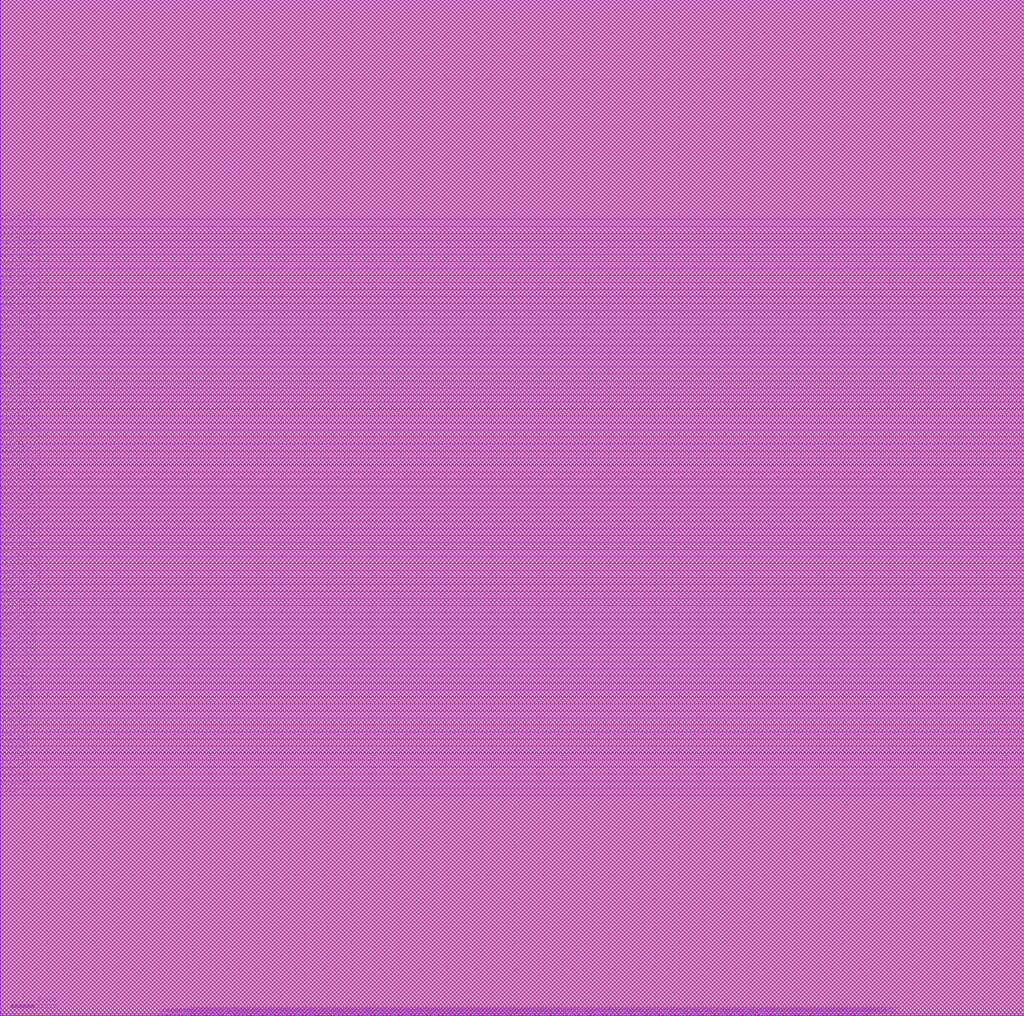
<source format=lef>
##
## LEF for PtnCells ;
## created by Innovus v15.23-s045_1 on Fri Mar 21 03:56:26 2025
##

VERSION 5.8 ;

BUSBITCHARS "[]" ;
DIVIDERCHAR "/" ;

MACRO core
  CLASS BLOCK ;
  SIZE 437.4000 BY 434.0000 ;
  FOREIGN core 0.0000 0.0000 ;
  ORIGIN 0 0 ;
  SYMMETRY X Y R90 ;
  PIN clk
    DIRECTION INPUT ;
    USE SIGNAL ;
    PORT
      LAYER M3 ;
        RECT 0.0000 148.1500 0.6000 148.2500 ;
    END
  END clk
  PIN sum_out[151]
    DIRECTION OUTPUT ;
    USE SIGNAL ;
    PORT
      LAYER M3 ;
        RECT 218.4500 0.0000 218.5500 0.6000 ;
    END
  END sum_out[151]
  PIN sum_out[150]
    DIRECTION OUTPUT ;
    USE SIGNAL ;
    PORT
      LAYER M3 ;
        RECT 217.4500 0.0000 217.5500 0.6000 ;
    END
  END sum_out[150]
  PIN sum_out[149]
    DIRECTION OUTPUT ;
    USE SIGNAL ;
    PORT
      LAYER M3 ;
        RECT 216.4500 0.0000 216.5500 0.6000 ;
    END
  END sum_out[149]
  PIN sum_out[148]
    DIRECTION OUTPUT ;
    USE SIGNAL ;
    PORT
      LAYER M3 ;
        RECT 215.4500 0.0000 215.5500 0.6000 ;
    END
  END sum_out[148]
  PIN sum_out[147]
    DIRECTION OUTPUT ;
    USE SIGNAL ;
    PORT
      LAYER M3 ;
        RECT 214.4500 0.0000 214.5500 0.6000 ;
    END
  END sum_out[147]
  PIN sum_out[146]
    DIRECTION OUTPUT ;
    USE SIGNAL ;
    PORT
      LAYER M3 ;
        RECT 213.4500 0.0000 213.5500 0.6000 ;
    END
  END sum_out[146]
  PIN sum_out[145]
    DIRECTION OUTPUT ;
    USE SIGNAL ;
    PORT
      LAYER M3 ;
        RECT 212.4500 0.0000 212.5500 0.6000 ;
    END
  END sum_out[145]
  PIN sum_out[144]
    DIRECTION OUTPUT ;
    USE SIGNAL ;
    PORT
      LAYER M3 ;
        RECT 211.4500 0.0000 211.5500 0.6000 ;
    END
  END sum_out[144]
  PIN sum_out[143]
    DIRECTION OUTPUT ;
    USE SIGNAL ;
    PORT
      LAYER M3 ;
        RECT 210.4500 0.0000 210.5500 0.6000 ;
    END
  END sum_out[143]
  PIN sum_out[142]
    DIRECTION OUTPUT ;
    USE SIGNAL ;
    PORT
      LAYER M3 ;
        RECT 209.4500 0.0000 209.5500 0.6000 ;
    END
  END sum_out[142]
  PIN sum_out[141]
    DIRECTION OUTPUT ;
    USE SIGNAL ;
    PORT
      LAYER M3 ;
        RECT 208.4500 0.0000 208.5500 0.6000 ;
    END
  END sum_out[141]
  PIN sum_out[140]
    DIRECTION OUTPUT ;
    USE SIGNAL ;
    PORT
      LAYER M3 ;
        RECT 207.4500 0.0000 207.5500 0.6000 ;
    END
  END sum_out[140]
  PIN sum_out[139]
    DIRECTION OUTPUT ;
    USE SIGNAL ;
    PORT
      LAYER M3 ;
        RECT 206.4500 0.0000 206.5500 0.6000 ;
    END
  END sum_out[139]
  PIN sum_out[138]
    DIRECTION OUTPUT ;
    USE SIGNAL ;
    PORT
      LAYER M3 ;
        RECT 205.4500 0.0000 205.5500 0.6000 ;
    END
  END sum_out[138]
  PIN sum_out[137]
    DIRECTION OUTPUT ;
    USE SIGNAL ;
    PORT
      LAYER M3 ;
        RECT 204.4500 0.0000 204.5500 0.6000 ;
    END
  END sum_out[137]
  PIN sum_out[136]
    DIRECTION OUTPUT ;
    USE SIGNAL ;
    PORT
      LAYER M3 ;
        RECT 203.4500 0.0000 203.5500 0.6000 ;
    END
  END sum_out[136]
  PIN sum_out[135]
    DIRECTION OUTPUT ;
    USE SIGNAL ;
    PORT
      LAYER M3 ;
        RECT 202.4500 0.0000 202.5500 0.6000 ;
    END
  END sum_out[135]
  PIN sum_out[134]
    DIRECTION OUTPUT ;
    USE SIGNAL ;
    PORT
      LAYER M3 ;
        RECT 201.4500 0.0000 201.5500 0.6000 ;
    END
  END sum_out[134]
  PIN sum_out[133]
    DIRECTION OUTPUT ;
    USE SIGNAL ;
    PORT
      LAYER M3 ;
        RECT 200.4500 0.0000 200.5500 0.6000 ;
    END
  END sum_out[133]
  PIN sum_out[132]
    DIRECTION OUTPUT ;
    USE SIGNAL ;
    PORT
      LAYER M3 ;
        RECT 199.4500 0.0000 199.5500 0.6000 ;
    END
  END sum_out[132]
  PIN sum_out[131]
    DIRECTION OUTPUT ;
    USE SIGNAL ;
    PORT
      LAYER M3 ;
        RECT 198.4500 0.0000 198.5500 0.6000 ;
    END
  END sum_out[131]
  PIN sum_out[130]
    DIRECTION OUTPUT ;
    USE SIGNAL ;
    PORT
      LAYER M3 ;
        RECT 197.4500 0.0000 197.5500 0.6000 ;
    END
  END sum_out[130]
  PIN sum_out[129]
    DIRECTION OUTPUT ;
    USE SIGNAL ;
    PORT
      LAYER M3 ;
        RECT 196.4500 0.0000 196.5500 0.6000 ;
    END
  END sum_out[129]
  PIN sum_out[128]
    DIRECTION OUTPUT ;
    USE SIGNAL ;
    PORT
      LAYER M3 ;
        RECT 195.4500 0.0000 195.5500 0.6000 ;
    END
  END sum_out[128]
  PIN sum_out[127]
    DIRECTION OUTPUT ;
    USE SIGNAL ;
    PORT
      LAYER M3 ;
        RECT 194.4500 0.0000 194.5500 0.6000 ;
    END
  END sum_out[127]
  PIN sum_out[126]
    DIRECTION OUTPUT ;
    USE SIGNAL ;
    PORT
      LAYER M3 ;
        RECT 193.4500 0.0000 193.5500 0.6000 ;
    END
  END sum_out[126]
  PIN sum_out[125]
    DIRECTION OUTPUT ;
    USE SIGNAL ;
    PORT
      LAYER M3 ;
        RECT 192.4500 0.0000 192.5500 0.6000 ;
    END
  END sum_out[125]
  PIN sum_out[124]
    DIRECTION OUTPUT ;
    USE SIGNAL ;
    PORT
      LAYER M3 ;
        RECT 191.4500 0.0000 191.5500 0.6000 ;
    END
  END sum_out[124]
  PIN sum_out[123]
    DIRECTION OUTPUT ;
    USE SIGNAL ;
    PORT
      LAYER M3 ;
        RECT 190.4500 0.0000 190.5500 0.6000 ;
    END
  END sum_out[123]
  PIN sum_out[122]
    DIRECTION OUTPUT ;
    USE SIGNAL ;
    PORT
      LAYER M3 ;
        RECT 189.4500 0.0000 189.5500 0.6000 ;
    END
  END sum_out[122]
  PIN sum_out[121]
    DIRECTION OUTPUT ;
    USE SIGNAL ;
    PORT
      LAYER M3 ;
        RECT 188.4500 0.0000 188.5500 0.6000 ;
    END
  END sum_out[121]
  PIN sum_out[120]
    DIRECTION OUTPUT ;
    USE SIGNAL ;
    PORT
      LAYER M3 ;
        RECT 187.4500 0.0000 187.5500 0.6000 ;
    END
  END sum_out[120]
  PIN sum_out[119]
    DIRECTION OUTPUT ;
    USE SIGNAL ;
    PORT
      LAYER M3 ;
        RECT 186.4500 0.0000 186.5500 0.6000 ;
    END
  END sum_out[119]
  PIN sum_out[118]
    DIRECTION OUTPUT ;
    USE SIGNAL ;
    PORT
      LAYER M3 ;
        RECT 185.4500 0.0000 185.5500 0.6000 ;
    END
  END sum_out[118]
  PIN sum_out[117]
    DIRECTION OUTPUT ;
    USE SIGNAL ;
    PORT
      LAYER M3 ;
        RECT 184.4500 0.0000 184.5500 0.6000 ;
    END
  END sum_out[117]
  PIN sum_out[116]
    DIRECTION OUTPUT ;
    USE SIGNAL ;
    PORT
      LAYER M3 ;
        RECT 183.4500 0.0000 183.5500 0.6000 ;
    END
  END sum_out[116]
  PIN sum_out[115]
    DIRECTION OUTPUT ;
    USE SIGNAL ;
    PORT
      LAYER M3 ;
        RECT 182.4500 0.0000 182.5500 0.6000 ;
    END
  END sum_out[115]
  PIN sum_out[114]
    DIRECTION OUTPUT ;
    USE SIGNAL ;
    PORT
      LAYER M3 ;
        RECT 181.4500 0.0000 181.5500 0.6000 ;
    END
  END sum_out[114]
  PIN sum_out[113]
    DIRECTION OUTPUT ;
    USE SIGNAL ;
    PORT
      LAYER M3 ;
        RECT 180.4500 0.0000 180.5500 0.6000 ;
    END
  END sum_out[113]
  PIN sum_out[112]
    DIRECTION OUTPUT ;
    USE SIGNAL ;
    PORT
      LAYER M3 ;
        RECT 179.4500 0.0000 179.5500 0.6000 ;
    END
  END sum_out[112]
  PIN sum_out[111]
    DIRECTION OUTPUT ;
    USE SIGNAL ;
    PORT
      LAYER M3 ;
        RECT 178.4500 0.0000 178.5500 0.6000 ;
    END
  END sum_out[111]
  PIN sum_out[110]
    DIRECTION OUTPUT ;
    USE SIGNAL ;
    PORT
      LAYER M3 ;
        RECT 177.4500 0.0000 177.5500 0.6000 ;
    END
  END sum_out[110]
  PIN sum_out[109]
    DIRECTION OUTPUT ;
    USE SIGNAL ;
    PORT
      LAYER M3 ;
        RECT 176.4500 0.0000 176.5500 0.6000 ;
    END
  END sum_out[109]
  PIN sum_out[108]
    DIRECTION OUTPUT ;
    USE SIGNAL ;
    PORT
      LAYER M3 ;
        RECT 175.4500 0.0000 175.5500 0.6000 ;
    END
  END sum_out[108]
  PIN sum_out[107]
    DIRECTION OUTPUT ;
    USE SIGNAL ;
    PORT
      LAYER M3 ;
        RECT 174.4500 0.0000 174.5500 0.6000 ;
    END
  END sum_out[107]
  PIN sum_out[106]
    DIRECTION OUTPUT ;
    USE SIGNAL ;
    PORT
      LAYER M3 ;
        RECT 173.4500 0.0000 173.5500 0.6000 ;
    END
  END sum_out[106]
  PIN sum_out[105]
    DIRECTION OUTPUT ;
    USE SIGNAL ;
    PORT
      LAYER M3 ;
        RECT 172.4500 0.0000 172.5500 0.6000 ;
    END
  END sum_out[105]
  PIN sum_out[104]
    DIRECTION OUTPUT ;
    USE SIGNAL ;
    PORT
      LAYER M3 ;
        RECT 171.4500 0.0000 171.5500 0.6000 ;
    END
  END sum_out[104]
  PIN sum_out[103]
    DIRECTION OUTPUT ;
    USE SIGNAL ;
    PORT
      LAYER M3 ;
        RECT 170.4500 0.0000 170.5500 0.6000 ;
    END
  END sum_out[103]
  PIN sum_out[102]
    DIRECTION OUTPUT ;
    USE SIGNAL ;
    PORT
      LAYER M3 ;
        RECT 169.4500 0.0000 169.5500 0.6000 ;
    END
  END sum_out[102]
  PIN sum_out[101]
    DIRECTION OUTPUT ;
    USE SIGNAL ;
    PORT
      LAYER M3 ;
        RECT 168.4500 0.0000 168.5500 0.6000 ;
    END
  END sum_out[101]
  PIN sum_out[100]
    DIRECTION OUTPUT ;
    USE SIGNAL ;
    PORT
      LAYER M3 ;
        RECT 167.4500 0.0000 167.5500 0.6000 ;
    END
  END sum_out[100]
  PIN sum_out[99]
    DIRECTION OUTPUT ;
    USE SIGNAL ;
    PORT
      LAYER M3 ;
        RECT 166.4500 0.0000 166.5500 0.6000 ;
    END
  END sum_out[99]
  PIN sum_out[98]
    DIRECTION OUTPUT ;
    USE SIGNAL ;
    PORT
      LAYER M3 ;
        RECT 165.4500 0.0000 165.5500 0.6000 ;
    END
  END sum_out[98]
  PIN sum_out[97]
    DIRECTION OUTPUT ;
    USE SIGNAL ;
    PORT
      LAYER M3 ;
        RECT 164.4500 0.0000 164.5500 0.6000 ;
    END
  END sum_out[97]
  PIN sum_out[96]
    DIRECTION OUTPUT ;
    USE SIGNAL ;
    PORT
      LAYER M3 ;
        RECT 163.4500 0.0000 163.5500 0.6000 ;
    END
  END sum_out[96]
  PIN sum_out[95]
    DIRECTION OUTPUT ;
    USE SIGNAL ;
    PORT
      LAYER M3 ;
        RECT 162.4500 0.0000 162.5500 0.6000 ;
    END
  END sum_out[95]
  PIN sum_out[94]
    DIRECTION OUTPUT ;
    USE SIGNAL ;
    PORT
      LAYER M3 ;
        RECT 161.4500 0.0000 161.5500 0.6000 ;
    END
  END sum_out[94]
  PIN sum_out[93]
    DIRECTION OUTPUT ;
    USE SIGNAL ;
    PORT
      LAYER M3 ;
        RECT 160.4500 0.0000 160.5500 0.6000 ;
    END
  END sum_out[93]
  PIN sum_out[92]
    DIRECTION OUTPUT ;
    USE SIGNAL ;
    PORT
      LAYER M3 ;
        RECT 159.4500 0.0000 159.5500 0.6000 ;
    END
  END sum_out[92]
  PIN sum_out[91]
    DIRECTION OUTPUT ;
    USE SIGNAL ;
    PORT
      LAYER M3 ;
        RECT 158.4500 0.0000 158.5500 0.6000 ;
    END
  END sum_out[91]
  PIN sum_out[90]
    DIRECTION OUTPUT ;
    USE SIGNAL ;
    PORT
      LAYER M3 ;
        RECT 157.4500 0.0000 157.5500 0.6000 ;
    END
  END sum_out[90]
  PIN sum_out[89]
    DIRECTION OUTPUT ;
    USE SIGNAL ;
    PORT
      LAYER M3 ;
        RECT 156.4500 0.0000 156.5500 0.6000 ;
    END
  END sum_out[89]
  PIN sum_out[88]
    DIRECTION OUTPUT ;
    USE SIGNAL ;
    PORT
      LAYER M3 ;
        RECT 155.4500 0.0000 155.5500 0.6000 ;
    END
  END sum_out[88]
  PIN sum_out[87]
    DIRECTION OUTPUT ;
    USE SIGNAL ;
    PORT
      LAYER M3 ;
        RECT 154.4500 0.0000 154.5500 0.6000 ;
    END
  END sum_out[87]
  PIN sum_out[86]
    DIRECTION OUTPUT ;
    USE SIGNAL ;
    PORT
      LAYER M3 ;
        RECT 153.4500 0.0000 153.5500 0.6000 ;
    END
  END sum_out[86]
  PIN sum_out[85]
    DIRECTION OUTPUT ;
    USE SIGNAL ;
    PORT
      LAYER M3 ;
        RECT 152.4500 0.0000 152.5500 0.6000 ;
    END
  END sum_out[85]
  PIN sum_out[84]
    DIRECTION OUTPUT ;
    USE SIGNAL ;
    PORT
      LAYER M3 ;
        RECT 151.4500 0.0000 151.5500 0.6000 ;
    END
  END sum_out[84]
  PIN sum_out[83]
    DIRECTION OUTPUT ;
    USE SIGNAL ;
    PORT
      LAYER M3 ;
        RECT 150.4500 0.0000 150.5500 0.6000 ;
    END
  END sum_out[83]
  PIN sum_out[82]
    DIRECTION OUTPUT ;
    USE SIGNAL ;
    PORT
      LAYER M3 ;
        RECT 149.4500 0.0000 149.5500 0.6000 ;
    END
  END sum_out[82]
  PIN sum_out[81]
    DIRECTION OUTPUT ;
    USE SIGNAL ;
    PORT
      LAYER M3 ;
        RECT 148.4500 0.0000 148.5500 0.6000 ;
    END
  END sum_out[81]
  PIN sum_out[80]
    DIRECTION OUTPUT ;
    USE SIGNAL ;
    PORT
      LAYER M3 ;
        RECT 147.4500 0.0000 147.5500 0.6000 ;
    END
  END sum_out[80]
  PIN sum_out[79]
    DIRECTION OUTPUT ;
    USE SIGNAL ;
    PORT
      LAYER M3 ;
        RECT 146.4500 0.0000 146.5500 0.6000 ;
    END
  END sum_out[79]
  PIN sum_out[78]
    DIRECTION OUTPUT ;
    USE SIGNAL ;
    PORT
      LAYER M3 ;
        RECT 145.4500 0.0000 145.5500 0.6000 ;
    END
  END sum_out[78]
  PIN sum_out[77]
    DIRECTION OUTPUT ;
    USE SIGNAL ;
    PORT
      LAYER M3 ;
        RECT 144.4500 0.0000 144.5500 0.6000 ;
    END
  END sum_out[77]
  PIN sum_out[76]
    DIRECTION OUTPUT ;
    USE SIGNAL ;
    PORT
      LAYER M3 ;
        RECT 143.4500 0.0000 143.5500 0.6000 ;
    END
  END sum_out[76]
  PIN sum_out[75]
    DIRECTION OUTPUT ;
    USE SIGNAL ;
    PORT
      LAYER M3 ;
        RECT 142.4500 0.0000 142.5500 0.6000 ;
    END
  END sum_out[75]
  PIN sum_out[74]
    DIRECTION OUTPUT ;
    USE SIGNAL ;
    PORT
      LAYER M3 ;
        RECT 141.4500 0.0000 141.5500 0.6000 ;
    END
  END sum_out[74]
  PIN sum_out[73]
    DIRECTION OUTPUT ;
    USE SIGNAL ;
    PORT
      LAYER M3 ;
        RECT 140.4500 0.0000 140.5500 0.6000 ;
    END
  END sum_out[73]
  PIN sum_out[72]
    DIRECTION OUTPUT ;
    USE SIGNAL ;
    PORT
      LAYER M3 ;
        RECT 139.4500 0.0000 139.5500 0.6000 ;
    END
  END sum_out[72]
  PIN sum_out[71]
    DIRECTION OUTPUT ;
    USE SIGNAL ;
    PORT
      LAYER M3 ;
        RECT 138.4500 0.0000 138.5500 0.6000 ;
    END
  END sum_out[71]
  PIN sum_out[70]
    DIRECTION OUTPUT ;
    USE SIGNAL ;
    PORT
      LAYER M3 ;
        RECT 137.4500 0.0000 137.5500 0.6000 ;
    END
  END sum_out[70]
  PIN sum_out[69]
    DIRECTION OUTPUT ;
    USE SIGNAL ;
    PORT
      LAYER M3 ;
        RECT 136.4500 0.0000 136.5500 0.6000 ;
    END
  END sum_out[69]
  PIN sum_out[68]
    DIRECTION OUTPUT ;
    USE SIGNAL ;
    PORT
      LAYER M3 ;
        RECT 135.4500 0.0000 135.5500 0.6000 ;
    END
  END sum_out[68]
  PIN sum_out[67]
    DIRECTION OUTPUT ;
    USE SIGNAL ;
    PORT
      LAYER M3 ;
        RECT 134.4500 0.0000 134.5500 0.6000 ;
    END
  END sum_out[67]
  PIN sum_out[66]
    DIRECTION OUTPUT ;
    USE SIGNAL ;
    PORT
      LAYER M3 ;
        RECT 133.4500 0.0000 133.5500 0.6000 ;
    END
  END sum_out[66]
  PIN sum_out[65]
    DIRECTION OUTPUT ;
    USE SIGNAL ;
    PORT
      LAYER M3 ;
        RECT 132.4500 0.0000 132.5500 0.6000 ;
    END
  END sum_out[65]
  PIN sum_out[64]
    DIRECTION OUTPUT ;
    USE SIGNAL ;
    PORT
      LAYER M3 ;
        RECT 131.4500 0.0000 131.5500 0.6000 ;
    END
  END sum_out[64]
  PIN sum_out[63]
    DIRECTION OUTPUT ;
    USE SIGNAL ;
    PORT
      LAYER M3 ;
        RECT 130.4500 0.0000 130.5500 0.6000 ;
    END
  END sum_out[63]
  PIN sum_out[62]
    DIRECTION OUTPUT ;
    USE SIGNAL ;
    PORT
      LAYER M3 ;
        RECT 129.4500 0.0000 129.5500 0.6000 ;
    END
  END sum_out[62]
  PIN sum_out[61]
    DIRECTION OUTPUT ;
    USE SIGNAL ;
    PORT
      LAYER M3 ;
        RECT 128.4500 0.0000 128.5500 0.6000 ;
    END
  END sum_out[61]
  PIN sum_out[60]
    DIRECTION OUTPUT ;
    USE SIGNAL ;
    PORT
      LAYER M3 ;
        RECT 127.4500 0.0000 127.5500 0.6000 ;
    END
  END sum_out[60]
  PIN sum_out[59]
    DIRECTION OUTPUT ;
    USE SIGNAL ;
    PORT
      LAYER M3 ;
        RECT 126.4500 0.0000 126.5500 0.6000 ;
    END
  END sum_out[59]
  PIN sum_out[58]
    DIRECTION OUTPUT ;
    USE SIGNAL ;
    PORT
      LAYER M3 ;
        RECT 125.4500 0.0000 125.5500 0.6000 ;
    END
  END sum_out[58]
  PIN sum_out[57]
    DIRECTION OUTPUT ;
    USE SIGNAL ;
    PORT
      LAYER M3 ;
        RECT 124.4500 0.0000 124.5500 0.6000 ;
    END
  END sum_out[57]
  PIN sum_out[56]
    DIRECTION OUTPUT ;
    USE SIGNAL ;
    PORT
      LAYER M3 ;
        RECT 123.4500 0.0000 123.5500 0.6000 ;
    END
  END sum_out[56]
  PIN sum_out[55]
    DIRECTION OUTPUT ;
    USE SIGNAL ;
    PORT
      LAYER M3 ;
        RECT 122.4500 0.0000 122.5500 0.6000 ;
    END
  END sum_out[55]
  PIN sum_out[54]
    DIRECTION OUTPUT ;
    USE SIGNAL ;
    PORT
      LAYER M3 ;
        RECT 121.4500 0.0000 121.5500 0.6000 ;
    END
  END sum_out[54]
  PIN sum_out[53]
    DIRECTION OUTPUT ;
    USE SIGNAL ;
    PORT
      LAYER M3 ;
        RECT 120.4500 0.0000 120.5500 0.6000 ;
    END
  END sum_out[53]
  PIN sum_out[52]
    DIRECTION OUTPUT ;
    USE SIGNAL ;
    PORT
      LAYER M3 ;
        RECT 119.4500 0.0000 119.5500 0.6000 ;
    END
  END sum_out[52]
  PIN sum_out[51]
    DIRECTION OUTPUT ;
    USE SIGNAL ;
    PORT
      LAYER M3 ;
        RECT 118.4500 0.0000 118.5500 0.6000 ;
    END
  END sum_out[51]
  PIN sum_out[50]
    DIRECTION OUTPUT ;
    USE SIGNAL ;
    PORT
      LAYER M3 ;
        RECT 117.4500 0.0000 117.5500 0.6000 ;
    END
  END sum_out[50]
  PIN sum_out[49]
    DIRECTION OUTPUT ;
    USE SIGNAL ;
    PORT
      LAYER M3 ;
        RECT 116.4500 0.0000 116.5500 0.6000 ;
    END
  END sum_out[49]
  PIN sum_out[48]
    DIRECTION OUTPUT ;
    USE SIGNAL ;
    PORT
      LAYER M3 ;
        RECT 115.4500 0.0000 115.5500 0.6000 ;
    END
  END sum_out[48]
  PIN sum_out[47]
    DIRECTION OUTPUT ;
    USE SIGNAL ;
    PORT
      LAYER M3 ;
        RECT 114.4500 0.0000 114.5500 0.6000 ;
    END
  END sum_out[47]
  PIN sum_out[46]
    DIRECTION OUTPUT ;
    USE SIGNAL ;
    PORT
      LAYER M3 ;
        RECT 113.4500 0.0000 113.5500 0.6000 ;
    END
  END sum_out[46]
  PIN sum_out[45]
    DIRECTION OUTPUT ;
    USE SIGNAL ;
    PORT
      LAYER M3 ;
        RECT 112.4500 0.0000 112.5500 0.6000 ;
    END
  END sum_out[45]
  PIN sum_out[44]
    DIRECTION OUTPUT ;
    USE SIGNAL ;
    PORT
      LAYER M3 ;
        RECT 111.4500 0.0000 111.5500 0.6000 ;
    END
  END sum_out[44]
  PIN sum_out[43]
    DIRECTION OUTPUT ;
    USE SIGNAL ;
    PORT
      LAYER M3 ;
        RECT 110.4500 0.0000 110.5500 0.6000 ;
    END
  END sum_out[43]
  PIN sum_out[42]
    DIRECTION OUTPUT ;
    USE SIGNAL ;
    PORT
      LAYER M3 ;
        RECT 109.4500 0.0000 109.5500 0.6000 ;
    END
  END sum_out[42]
  PIN sum_out[41]
    DIRECTION OUTPUT ;
    USE SIGNAL ;
    PORT
      LAYER M3 ;
        RECT 108.4500 0.0000 108.5500 0.6000 ;
    END
  END sum_out[41]
  PIN sum_out[40]
    DIRECTION OUTPUT ;
    USE SIGNAL ;
    PORT
      LAYER M3 ;
        RECT 107.4500 0.0000 107.5500 0.6000 ;
    END
  END sum_out[40]
  PIN sum_out[39]
    DIRECTION OUTPUT ;
    USE SIGNAL ;
    PORT
      LAYER M3 ;
        RECT 106.4500 0.0000 106.5500 0.6000 ;
    END
  END sum_out[39]
  PIN sum_out[38]
    DIRECTION OUTPUT ;
    USE SIGNAL ;
    PORT
      LAYER M3 ;
        RECT 105.4500 0.0000 105.5500 0.6000 ;
    END
  END sum_out[38]
  PIN sum_out[37]
    DIRECTION OUTPUT ;
    USE SIGNAL ;
    PORT
      LAYER M3 ;
        RECT 104.4500 0.0000 104.5500 0.6000 ;
    END
  END sum_out[37]
  PIN sum_out[36]
    DIRECTION OUTPUT ;
    USE SIGNAL ;
    PORT
      LAYER M3 ;
        RECT 103.4500 0.0000 103.5500 0.6000 ;
    END
  END sum_out[36]
  PIN sum_out[35]
    DIRECTION OUTPUT ;
    USE SIGNAL ;
    PORT
      LAYER M3 ;
        RECT 102.4500 0.0000 102.5500 0.6000 ;
    END
  END sum_out[35]
  PIN sum_out[34]
    DIRECTION OUTPUT ;
    USE SIGNAL ;
    PORT
      LAYER M3 ;
        RECT 101.4500 0.0000 101.5500 0.6000 ;
    END
  END sum_out[34]
  PIN sum_out[33]
    DIRECTION OUTPUT ;
    USE SIGNAL ;
    PORT
      LAYER M3 ;
        RECT 100.4500 0.0000 100.5500 0.6000 ;
    END
  END sum_out[33]
  PIN sum_out[32]
    DIRECTION OUTPUT ;
    USE SIGNAL ;
    PORT
      LAYER M3 ;
        RECT 99.4500 0.0000 99.5500 0.6000 ;
    END
  END sum_out[32]
  PIN sum_out[31]
    DIRECTION OUTPUT ;
    USE SIGNAL ;
    PORT
      LAYER M3 ;
        RECT 98.4500 0.0000 98.5500 0.6000 ;
    END
  END sum_out[31]
  PIN sum_out[30]
    DIRECTION OUTPUT ;
    USE SIGNAL ;
    PORT
      LAYER M3 ;
        RECT 97.4500 0.0000 97.5500 0.6000 ;
    END
  END sum_out[30]
  PIN sum_out[29]
    DIRECTION OUTPUT ;
    USE SIGNAL ;
    PORT
      LAYER M3 ;
        RECT 96.4500 0.0000 96.5500 0.6000 ;
    END
  END sum_out[29]
  PIN sum_out[28]
    DIRECTION OUTPUT ;
    USE SIGNAL ;
    PORT
      LAYER M3 ;
        RECT 95.4500 0.0000 95.5500 0.6000 ;
    END
  END sum_out[28]
  PIN sum_out[27]
    DIRECTION OUTPUT ;
    USE SIGNAL ;
    PORT
      LAYER M3 ;
        RECT 94.4500 0.0000 94.5500 0.6000 ;
    END
  END sum_out[27]
  PIN sum_out[26]
    DIRECTION OUTPUT ;
    USE SIGNAL ;
    PORT
      LAYER M3 ;
        RECT 93.4500 0.0000 93.5500 0.6000 ;
    END
  END sum_out[26]
  PIN sum_out[25]
    DIRECTION OUTPUT ;
    USE SIGNAL ;
    PORT
      LAYER M3 ;
        RECT 92.4500 0.0000 92.5500 0.6000 ;
    END
  END sum_out[25]
  PIN sum_out[24]
    DIRECTION OUTPUT ;
    USE SIGNAL ;
    PORT
      LAYER M3 ;
        RECT 91.4500 0.0000 91.5500 0.6000 ;
    END
  END sum_out[24]
  PIN sum_out[23]
    DIRECTION OUTPUT ;
    USE SIGNAL ;
    PORT
      LAYER M3 ;
        RECT 90.4500 0.0000 90.5500 0.6000 ;
    END
  END sum_out[23]
  PIN sum_out[22]
    DIRECTION OUTPUT ;
    USE SIGNAL ;
    PORT
      LAYER M3 ;
        RECT 89.4500 0.0000 89.5500 0.6000 ;
    END
  END sum_out[22]
  PIN sum_out[21]
    DIRECTION OUTPUT ;
    USE SIGNAL ;
    PORT
      LAYER M3 ;
        RECT 88.4500 0.0000 88.5500 0.6000 ;
    END
  END sum_out[21]
  PIN sum_out[20]
    DIRECTION OUTPUT ;
    USE SIGNAL ;
    PORT
      LAYER M3 ;
        RECT 87.4500 0.0000 87.5500 0.6000 ;
    END
  END sum_out[20]
  PIN sum_out[19]
    DIRECTION OUTPUT ;
    USE SIGNAL ;
    PORT
      LAYER M3 ;
        RECT 86.4500 0.0000 86.5500 0.6000 ;
    END
  END sum_out[19]
  PIN sum_out[18]
    DIRECTION OUTPUT ;
    USE SIGNAL ;
    PORT
      LAYER M3 ;
        RECT 85.4500 0.0000 85.5500 0.6000 ;
    END
  END sum_out[18]
  PIN sum_out[17]
    DIRECTION OUTPUT ;
    USE SIGNAL ;
    PORT
      LAYER M3 ;
        RECT 84.4500 0.0000 84.5500 0.6000 ;
    END
  END sum_out[17]
  PIN sum_out[16]
    DIRECTION OUTPUT ;
    USE SIGNAL ;
    PORT
      LAYER M3 ;
        RECT 83.4500 0.0000 83.5500 0.6000 ;
    END
  END sum_out[16]
  PIN sum_out[15]
    DIRECTION OUTPUT ;
    USE SIGNAL ;
    PORT
      LAYER M3 ;
        RECT 82.4500 0.0000 82.5500 0.6000 ;
    END
  END sum_out[15]
  PIN sum_out[14]
    DIRECTION OUTPUT ;
    USE SIGNAL ;
    PORT
      LAYER M3 ;
        RECT 81.4500 0.0000 81.5500 0.6000 ;
    END
  END sum_out[14]
  PIN sum_out[13]
    DIRECTION OUTPUT ;
    USE SIGNAL ;
    PORT
      LAYER M3 ;
        RECT 80.4500 0.0000 80.5500 0.6000 ;
    END
  END sum_out[13]
  PIN sum_out[12]
    DIRECTION OUTPUT ;
    USE SIGNAL ;
    PORT
      LAYER M3 ;
        RECT 79.4500 0.0000 79.5500 0.6000 ;
    END
  END sum_out[12]
  PIN sum_out[11]
    DIRECTION OUTPUT ;
    USE SIGNAL ;
    PORT
      LAYER M3 ;
        RECT 78.4500 0.0000 78.5500 0.6000 ;
    END
  END sum_out[11]
  PIN sum_out[10]
    DIRECTION OUTPUT ;
    USE SIGNAL ;
    PORT
      LAYER M3 ;
        RECT 77.4500 0.0000 77.5500 0.6000 ;
    END
  END sum_out[10]
  PIN sum_out[9]
    DIRECTION OUTPUT ;
    USE SIGNAL ;
    PORT
      LAYER M3 ;
        RECT 76.4500 0.0000 76.5500 0.6000 ;
    END
  END sum_out[9]
  PIN sum_out[8]
    DIRECTION OUTPUT ;
    USE SIGNAL ;
    PORT
      LAYER M3 ;
        RECT 75.4500 0.0000 75.5500 0.6000 ;
    END
  END sum_out[8]
  PIN sum_out[7]
    DIRECTION OUTPUT ;
    USE SIGNAL ;
    PORT
      LAYER M3 ;
        RECT 74.4500 0.0000 74.5500 0.6000 ;
    END
  END sum_out[7]
  PIN sum_out[6]
    DIRECTION OUTPUT ;
    USE SIGNAL ;
    PORT
      LAYER M3 ;
        RECT 73.4500 0.0000 73.5500 0.6000 ;
    END
  END sum_out[6]
  PIN sum_out[5]
    DIRECTION OUTPUT ;
    USE SIGNAL ;
    PORT
      LAYER M3 ;
        RECT 72.4500 0.0000 72.5500 0.6000 ;
    END
  END sum_out[5]
  PIN sum_out[4]
    DIRECTION OUTPUT ;
    USE SIGNAL ;
    PORT
      LAYER M3 ;
        RECT 71.4500 0.0000 71.5500 0.6000 ;
    END
  END sum_out[4]
  PIN sum_out[3]
    DIRECTION OUTPUT ;
    USE SIGNAL ;
    PORT
      LAYER M3 ;
        RECT 70.4500 0.0000 70.5500 0.6000 ;
    END
  END sum_out[3]
  PIN sum_out[2]
    DIRECTION OUTPUT ;
    USE SIGNAL ;
    PORT
      LAYER M3 ;
        RECT 69.4500 0.0000 69.5500 0.6000 ;
    END
  END sum_out[2]
  PIN sum_out[1]
    DIRECTION OUTPUT ;
    USE SIGNAL ;
    PORT
      LAYER M3 ;
        RECT 68.4500 0.0000 68.5500 0.6000 ;
    END
  END sum_out[1]
  PIN sum_out[0]
    DIRECTION OUTPUT ;
    USE SIGNAL ;
    PORT
      LAYER M3 ;
        RECT 67.4500 0.0000 67.5500 0.6000 ;
    END
  END sum_out[0]
  PIN mem_in[63]
    DIRECTION INPUT ;
    USE SIGNAL ;
    PORT
      LAYER M3 ;
        RECT 0.0000 340.1500 0.6000 340.2500 ;
    END
  END mem_in[63]
  PIN mem_in[62]
    DIRECTION INPUT ;
    USE SIGNAL ;
    PORT
      LAYER M3 ;
        RECT 0.0000 337.1500 0.6000 337.2500 ;
    END
  END mem_in[62]
  PIN mem_in[61]
    DIRECTION INPUT ;
    USE SIGNAL ;
    PORT
      LAYER M3 ;
        RECT 0.0000 334.1500 0.6000 334.2500 ;
    END
  END mem_in[61]
  PIN mem_in[60]
    DIRECTION INPUT ;
    USE SIGNAL ;
    PORT
      LAYER M3 ;
        RECT 0.0000 331.1500 0.6000 331.2500 ;
    END
  END mem_in[60]
  PIN mem_in[59]
    DIRECTION INPUT ;
    USE SIGNAL ;
    PORT
      LAYER M3 ;
        RECT 0.0000 328.1500 0.6000 328.2500 ;
    END
  END mem_in[59]
  PIN mem_in[58]
    DIRECTION INPUT ;
    USE SIGNAL ;
    PORT
      LAYER M3 ;
        RECT 0.0000 325.1500 0.6000 325.2500 ;
    END
  END mem_in[58]
  PIN mem_in[57]
    DIRECTION INPUT ;
    USE SIGNAL ;
    PORT
      LAYER M3 ;
        RECT 0.0000 322.1500 0.6000 322.2500 ;
    END
  END mem_in[57]
  PIN mem_in[56]
    DIRECTION INPUT ;
    USE SIGNAL ;
    PORT
      LAYER M3 ;
        RECT 0.0000 319.1500 0.6000 319.2500 ;
    END
  END mem_in[56]
  PIN mem_in[55]
    DIRECTION INPUT ;
    USE SIGNAL ;
    PORT
      LAYER M3 ;
        RECT 0.0000 316.1500 0.6000 316.2500 ;
    END
  END mem_in[55]
  PIN mem_in[54]
    DIRECTION INPUT ;
    USE SIGNAL ;
    PORT
      LAYER M3 ;
        RECT 0.0000 313.1500 0.6000 313.2500 ;
    END
  END mem_in[54]
  PIN mem_in[53]
    DIRECTION INPUT ;
    USE SIGNAL ;
    PORT
      LAYER M3 ;
        RECT 0.0000 310.1500 0.6000 310.2500 ;
    END
  END mem_in[53]
  PIN mem_in[52]
    DIRECTION INPUT ;
    USE SIGNAL ;
    PORT
      LAYER M3 ;
        RECT 0.0000 307.1500 0.6000 307.2500 ;
    END
  END mem_in[52]
  PIN mem_in[51]
    DIRECTION INPUT ;
    USE SIGNAL ;
    PORT
      LAYER M3 ;
        RECT 0.0000 304.1500 0.6000 304.2500 ;
    END
  END mem_in[51]
  PIN mem_in[50]
    DIRECTION INPUT ;
    USE SIGNAL ;
    PORT
      LAYER M3 ;
        RECT 0.0000 301.1500 0.6000 301.2500 ;
    END
  END mem_in[50]
  PIN mem_in[49]
    DIRECTION INPUT ;
    USE SIGNAL ;
    PORT
      LAYER M3 ;
        RECT 0.0000 298.1500 0.6000 298.2500 ;
    END
  END mem_in[49]
  PIN mem_in[48]
    DIRECTION INPUT ;
    USE SIGNAL ;
    PORT
      LAYER M3 ;
        RECT 0.0000 295.1500 0.6000 295.2500 ;
    END
  END mem_in[48]
  PIN mem_in[47]
    DIRECTION INPUT ;
    USE SIGNAL ;
    PORT
      LAYER M3 ;
        RECT 0.0000 292.1500 0.6000 292.2500 ;
    END
  END mem_in[47]
  PIN mem_in[46]
    DIRECTION INPUT ;
    USE SIGNAL ;
    PORT
      LAYER M3 ;
        RECT 0.0000 289.1500 0.6000 289.2500 ;
    END
  END mem_in[46]
  PIN mem_in[45]
    DIRECTION INPUT ;
    USE SIGNAL ;
    PORT
      LAYER M3 ;
        RECT 0.0000 286.1500 0.6000 286.2500 ;
    END
  END mem_in[45]
  PIN mem_in[44]
    DIRECTION INPUT ;
    USE SIGNAL ;
    PORT
      LAYER M3 ;
        RECT 0.0000 283.1500 0.6000 283.2500 ;
    END
  END mem_in[44]
  PIN mem_in[43]
    DIRECTION INPUT ;
    USE SIGNAL ;
    PORT
      LAYER M3 ;
        RECT 0.0000 280.1500 0.6000 280.2500 ;
    END
  END mem_in[43]
  PIN mem_in[42]
    DIRECTION INPUT ;
    USE SIGNAL ;
    PORT
      LAYER M3 ;
        RECT 0.0000 277.1500 0.6000 277.2500 ;
    END
  END mem_in[42]
  PIN mem_in[41]
    DIRECTION INPUT ;
    USE SIGNAL ;
    PORT
      LAYER M3 ;
        RECT 0.0000 274.1500 0.6000 274.2500 ;
    END
  END mem_in[41]
  PIN mem_in[40]
    DIRECTION INPUT ;
    USE SIGNAL ;
    PORT
      LAYER M3 ;
        RECT 0.0000 271.1500 0.6000 271.2500 ;
    END
  END mem_in[40]
  PIN mem_in[39]
    DIRECTION INPUT ;
    USE SIGNAL ;
    PORT
      LAYER M3 ;
        RECT 0.0000 268.1500 0.6000 268.2500 ;
    END
  END mem_in[39]
  PIN mem_in[38]
    DIRECTION INPUT ;
    USE SIGNAL ;
    PORT
      LAYER M3 ;
        RECT 0.0000 265.1500 0.6000 265.2500 ;
    END
  END mem_in[38]
  PIN mem_in[37]
    DIRECTION INPUT ;
    USE SIGNAL ;
    PORT
      LAYER M3 ;
        RECT 0.0000 262.1500 0.6000 262.2500 ;
    END
  END mem_in[37]
  PIN mem_in[36]
    DIRECTION INPUT ;
    USE SIGNAL ;
    PORT
      LAYER M3 ;
        RECT 0.0000 259.1500 0.6000 259.2500 ;
    END
  END mem_in[36]
  PIN mem_in[35]
    DIRECTION INPUT ;
    USE SIGNAL ;
    PORT
      LAYER M3 ;
        RECT 0.0000 256.1500 0.6000 256.2500 ;
    END
  END mem_in[35]
  PIN mem_in[34]
    DIRECTION INPUT ;
    USE SIGNAL ;
    PORT
      LAYER M3 ;
        RECT 0.0000 253.1500 0.6000 253.2500 ;
    END
  END mem_in[34]
  PIN mem_in[33]
    DIRECTION INPUT ;
    USE SIGNAL ;
    PORT
      LAYER M3 ;
        RECT 0.0000 250.1500 0.6000 250.2500 ;
    END
  END mem_in[33]
  PIN mem_in[32]
    DIRECTION INPUT ;
    USE SIGNAL ;
    PORT
      LAYER M3 ;
        RECT 0.0000 247.1500 0.6000 247.2500 ;
    END
  END mem_in[32]
  PIN mem_in[31]
    DIRECTION INPUT ;
    USE SIGNAL ;
    PORT
      LAYER M3 ;
        RECT 0.0000 244.1500 0.6000 244.2500 ;
    END
  END mem_in[31]
  PIN mem_in[30]
    DIRECTION INPUT ;
    USE SIGNAL ;
    PORT
      LAYER M3 ;
        RECT 0.0000 241.1500 0.6000 241.2500 ;
    END
  END mem_in[30]
  PIN mem_in[29]
    DIRECTION INPUT ;
    USE SIGNAL ;
    PORT
      LAYER M3 ;
        RECT 0.0000 238.1500 0.6000 238.2500 ;
    END
  END mem_in[29]
  PIN mem_in[28]
    DIRECTION INPUT ;
    USE SIGNAL ;
    PORT
      LAYER M3 ;
        RECT 0.0000 235.1500 0.6000 235.2500 ;
    END
  END mem_in[28]
  PIN mem_in[27]
    DIRECTION INPUT ;
    USE SIGNAL ;
    PORT
      LAYER M3 ;
        RECT 0.0000 232.1500 0.6000 232.2500 ;
    END
  END mem_in[27]
  PIN mem_in[26]
    DIRECTION INPUT ;
    USE SIGNAL ;
    PORT
      LAYER M3 ;
        RECT 0.0000 229.1500 0.6000 229.2500 ;
    END
  END mem_in[26]
  PIN mem_in[25]
    DIRECTION INPUT ;
    USE SIGNAL ;
    PORT
      LAYER M3 ;
        RECT 0.0000 226.1500 0.6000 226.2500 ;
    END
  END mem_in[25]
  PIN mem_in[24]
    DIRECTION INPUT ;
    USE SIGNAL ;
    PORT
      LAYER M3 ;
        RECT 0.0000 223.1500 0.6000 223.2500 ;
    END
  END mem_in[24]
  PIN mem_in[23]
    DIRECTION INPUT ;
    USE SIGNAL ;
    PORT
      LAYER M3 ;
        RECT 0.0000 220.1500 0.6000 220.2500 ;
    END
  END mem_in[23]
  PIN mem_in[22]
    DIRECTION INPUT ;
    USE SIGNAL ;
    PORT
      LAYER M3 ;
        RECT 0.0000 217.1500 0.6000 217.2500 ;
    END
  END mem_in[22]
  PIN mem_in[21]
    DIRECTION INPUT ;
    USE SIGNAL ;
    PORT
      LAYER M3 ;
        RECT 0.0000 214.1500 0.6000 214.2500 ;
    END
  END mem_in[21]
  PIN mem_in[20]
    DIRECTION INPUT ;
    USE SIGNAL ;
    PORT
      LAYER M3 ;
        RECT 0.0000 211.1500 0.6000 211.2500 ;
    END
  END mem_in[20]
  PIN mem_in[19]
    DIRECTION INPUT ;
    USE SIGNAL ;
    PORT
      LAYER M3 ;
        RECT 0.0000 208.1500 0.6000 208.2500 ;
    END
  END mem_in[19]
  PIN mem_in[18]
    DIRECTION INPUT ;
    USE SIGNAL ;
    PORT
      LAYER M3 ;
        RECT 0.0000 205.1500 0.6000 205.2500 ;
    END
  END mem_in[18]
  PIN mem_in[17]
    DIRECTION INPUT ;
    USE SIGNAL ;
    PORT
      LAYER M3 ;
        RECT 0.0000 202.1500 0.6000 202.2500 ;
    END
  END mem_in[17]
  PIN mem_in[16]
    DIRECTION INPUT ;
    USE SIGNAL ;
    PORT
      LAYER M3 ;
        RECT 0.0000 199.1500 0.6000 199.2500 ;
    END
  END mem_in[16]
  PIN mem_in[15]
    DIRECTION INPUT ;
    USE SIGNAL ;
    PORT
      LAYER M3 ;
        RECT 0.0000 196.1500 0.6000 196.2500 ;
    END
  END mem_in[15]
  PIN mem_in[14]
    DIRECTION INPUT ;
    USE SIGNAL ;
    PORT
      LAYER M3 ;
        RECT 0.0000 193.1500 0.6000 193.2500 ;
    END
  END mem_in[14]
  PIN mem_in[13]
    DIRECTION INPUT ;
    USE SIGNAL ;
    PORT
      LAYER M3 ;
        RECT 0.0000 190.1500 0.6000 190.2500 ;
    END
  END mem_in[13]
  PIN mem_in[12]
    DIRECTION INPUT ;
    USE SIGNAL ;
    PORT
      LAYER M3 ;
        RECT 0.0000 187.1500 0.6000 187.2500 ;
    END
  END mem_in[12]
  PIN mem_in[11]
    DIRECTION INPUT ;
    USE SIGNAL ;
    PORT
      LAYER M3 ;
        RECT 0.0000 184.1500 0.6000 184.2500 ;
    END
  END mem_in[11]
  PIN mem_in[10]
    DIRECTION INPUT ;
    USE SIGNAL ;
    PORT
      LAYER M3 ;
        RECT 0.0000 181.1500 0.6000 181.2500 ;
    END
  END mem_in[10]
  PIN mem_in[9]
    DIRECTION INPUT ;
    USE SIGNAL ;
    PORT
      LAYER M3 ;
        RECT 0.0000 178.1500 0.6000 178.2500 ;
    END
  END mem_in[9]
  PIN mem_in[8]
    DIRECTION INPUT ;
    USE SIGNAL ;
    PORT
      LAYER M3 ;
        RECT 0.0000 175.1500 0.6000 175.2500 ;
    END
  END mem_in[8]
  PIN mem_in[7]
    DIRECTION INPUT ;
    USE SIGNAL ;
    PORT
      LAYER M3 ;
        RECT 0.0000 172.1500 0.6000 172.2500 ;
    END
  END mem_in[7]
  PIN mem_in[6]
    DIRECTION INPUT ;
    USE SIGNAL ;
    PORT
      LAYER M3 ;
        RECT 0.0000 169.1500 0.6000 169.2500 ;
    END
  END mem_in[6]
  PIN mem_in[5]
    DIRECTION INPUT ;
    USE SIGNAL ;
    PORT
      LAYER M3 ;
        RECT 0.0000 166.1500 0.6000 166.2500 ;
    END
  END mem_in[5]
  PIN mem_in[4]
    DIRECTION INPUT ;
    USE SIGNAL ;
    PORT
      LAYER M3 ;
        RECT 0.0000 163.1500 0.6000 163.2500 ;
    END
  END mem_in[4]
  PIN mem_in[3]
    DIRECTION INPUT ;
    USE SIGNAL ;
    PORT
      LAYER M3 ;
        RECT 0.0000 160.1500 0.6000 160.2500 ;
    END
  END mem_in[3]
  PIN mem_in[2]
    DIRECTION INPUT ;
    USE SIGNAL ;
    PORT
      LAYER M3 ;
        RECT 0.0000 157.1500 0.6000 157.2500 ;
    END
  END mem_in[2]
  PIN mem_in[1]
    DIRECTION INPUT ;
    USE SIGNAL ;
    PORT
      LAYER M3 ;
        RECT 0.0000 154.1500 0.6000 154.2500 ;
    END
  END mem_in[1]
  PIN mem_in[0]
    DIRECTION INPUT ;
    USE SIGNAL ;
    PORT
      LAYER M3 ;
        RECT 0.0000 151.1500 0.6000 151.2500 ;
    END
  END mem_in[0]
  PIN out[151]
    DIRECTION OUTPUT ;
    USE SIGNAL ;
    PORT
      LAYER M3 ;
        RECT 370.4500 0.0000 370.5500 0.6000 ;
    END
  END out[151]
  PIN out[150]
    DIRECTION OUTPUT ;
    USE SIGNAL ;
    PORT
      LAYER M3 ;
        RECT 369.4500 0.0000 369.5500 0.6000 ;
    END
  END out[150]
  PIN out[149]
    DIRECTION OUTPUT ;
    USE SIGNAL ;
    PORT
      LAYER M3 ;
        RECT 368.4500 0.0000 368.5500 0.6000 ;
    END
  END out[149]
  PIN out[148]
    DIRECTION OUTPUT ;
    USE SIGNAL ;
    PORT
      LAYER M3 ;
        RECT 367.4500 0.0000 367.5500 0.6000 ;
    END
  END out[148]
  PIN out[147]
    DIRECTION OUTPUT ;
    USE SIGNAL ;
    PORT
      LAYER M3 ;
        RECT 366.4500 0.0000 366.5500 0.6000 ;
    END
  END out[147]
  PIN out[146]
    DIRECTION OUTPUT ;
    USE SIGNAL ;
    PORT
      LAYER M3 ;
        RECT 365.4500 0.0000 365.5500 0.6000 ;
    END
  END out[146]
  PIN out[145]
    DIRECTION OUTPUT ;
    USE SIGNAL ;
    PORT
      LAYER M3 ;
        RECT 364.4500 0.0000 364.5500 0.6000 ;
    END
  END out[145]
  PIN out[144]
    DIRECTION OUTPUT ;
    USE SIGNAL ;
    PORT
      LAYER M3 ;
        RECT 363.4500 0.0000 363.5500 0.6000 ;
    END
  END out[144]
  PIN out[143]
    DIRECTION OUTPUT ;
    USE SIGNAL ;
    PORT
      LAYER M3 ;
        RECT 362.4500 0.0000 362.5500 0.6000 ;
    END
  END out[143]
  PIN out[142]
    DIRECTION OUTPUT ;
    USE SIGNAL ;
    PORT
      LAYER M3 ;
        RECT 361.4500 0.0000 361.5500 0.6000 ;
    END
  END out[142]
  PIN out[141]
    DIRECTION OUTPUT ;
    USE SIGNAL ;
    PORT
      LAYER M3 ;
        RECT 360.4500 0.0000 360.5500 0.6000 ;
    END
  END out[141]
  PIN out[140]
    DIRECTION OUTPUT ;
    USE SIGNAL ;
    PORT
      LAYER M3 ;
        RECT 359.4500 0.0000 359.5500 0.6000 ;
    END
  END out[140]
  PIN out[139]
    DIRECTION OUTPUT ;
    USE SIGNAL ;
    PORT
      LAYER M3 ;
        RECT 358.4500 0.0000 358.5500 0.6000 ;
    END
  END out[139]
  PIN out[138]
    DIRECTION OUTPUT ;
    USE SIGNAL ;
    PORT
      LAYER M3 ;
        RECT 357.4500 0.0000 357.5500 0.6000 ;
    END
  END out[138]
  PIN out[137]
    DIRECTION OUTPUT ;
    USE SIGNAL ;
    PORT
      LAYER M3 ;
        RECT 356.4500 0.0000 356.5500 0.6000 ;
    END
  END out[137]
  PIN out[136]
    DIRECTION OUTPUT ;
    USE SIGNAL ;
    PORT
      LAYER M3 ;
        RECT 355.4500 0.0000 355.5500 0.6000 ;
    END
  END out[136]
  PIN out[135]
    DIRECTION OUTPUT ;
    USE SIGNAL ;
    PORT
      LAYER M3 ;
        RECT 354.4500 0.0000 354.5500 0.6000 ;
    END
  END out[135]
  PIN out[134]
    DIRECTION OUTPUT ;
    USE SIGNAL ;
    PORT
      LAYER M3 ;
        RECT 353.4500 0.0000 353.5500 0.6000 ;
    END
  END out[134]
  PIN out[133]
    DIRECTION OUTPUT ;
    USE SIGNAL ;
    PORT
      LAYER M3 ;
        RECT 352.4500 0.0000 352.5500 0.6000 ;
    END
  END out[133]
  PIN out[132]
    DIRECTION OUTPUT ;
    USE SIGNAL ;
    PORT
      LAYER M3 ;
        RECT 351.4500 0.0000 351.5500 0.6000 ;
    END
  END out[132]
  PIN out[131]
    DIRECTION OUTPUT ;
    USE SIGNAL ;
    PORT
      LAYER M3 ;
        RECT 350.4500 0.0000 350.5500 0.6000 ;
    END
  END out[131]
  PIN out[130]
    DIRECTION OUTPUT ;
    USE SIGNAL ;
    PORT
      LAYER M3 ;
        RECT 349.4500 0.0000 349.5500 0.6000 ;
    END
  END out[130]
  PIN out[129]
    DIRECTION OUTPUT ;
    USE SIGNAL ;
    PORT
      LAYER M3 ;
        RECT 348.4500 0.0000 348.5500 0.6000 ;
    END
  END out[129]
  PIN out[128]
    DIRECTION OUTPUT ;
    USE SIGNAL ;
    PORT
      LAYER M3 ;
        RECT 347.4500 0.0000 347.5500 0.6000 ;
    END
  END out[128]
  PIN out[127]
    DIRECTION OUTPUT ;
    USE SIGNAL ;
    PORT
      LAYER M3 ;
        RECT 346.4500 0.0000 346.5500 0.6000 ;
    END
  END out[127]
  PIN out[126]
    DIRECTION OUTPUT ;
    USE SIGNAL ;
    PORT
      LAYER M3 ;
        RECT 345.4500 0.0000 345.5500 0.6000 ;
    END
  END out[126]
  PIN out[125]
    DIRECTION OUTPUT ;
    USE SIGNAL ;
    PORT
      LAYER M3 ;
        RECT 344.4500 0.0000 344.5500 0.6000 ;
    END
  END out[125]
  PIN out[124]
    DIRECTION OUTPUT ;
    USE SIGNAL ;
    PORT
      LAYER M3 ;
        RECT 343.4500 0.0000 343.5500 0.6000 ;
    END
  END out[124]
  PIN out[123]
    DIRECTION OUTPUT ;
    USE SIGNAL ;
    PORT
      LAYER M3 ;
        RECT 342.4500 0.0000 342.5500 0.6000 ;
    END
  END out[123]
  PIN out[122]
    DIRECTION OUTPUT ;
    USE SIGNAL ;
    PORT
      LAYER M3 ;
        RECT 341.4500 0.0000 341.5500 0.6000 ;
    END
  END out[122]
  PIN out[121]
    DIRECTION OUTPUT ;
    USE SIGNAL ;
    PORT
      LAYER M3 ;
        RECT 340.4500 0.0000 340.5500 0.6000 ;
    END
  END out[121]
  PIN out[120]
    DIRECTION OUTPUT ;
    USE SIGNAL ;
    PORT
      LAYER M3 ;
        RECT 339.4500 0.0000 339.5500 0.6000 ;
    END
  END out[120]
  PIN out[119]
    DIRECTION OUTPUT ;
    USE SIGNAL ;
    PORT
      LAYER M3 ;
        RECT 338.4500 0.0000 338.5500 0.6000 ;
    END
  END out[119]
  PIN out[118]
    DIRECTION OUTPUT ;
    USE SIGNAL ;
    PORT
      LAYER M3 ;
        RECT 337.4500 0.0000 337.5500 0.6000 ;
    END
  END out[118]
  PIN out[117]
    DIRECTION OUTPUT ;
    USE SIGNAL ;
    PORT
      LAYER M3 ;
        RECT 336.4500 0.0000 336.5500 0.6000 ;
    END
  END out[117]
  PIN out[116]
    DIRECTION OUTPUT ;
    USE SIGNAL ;
    PORT
      LAYER M3 ;
        RECT 335.4500 0.0000 335.5500 0.6000 ;
    END
  END out[116]
  PIN out[115]
    DIRECTION OUTPUT ;
    USE SIGNAL ;
    PORT
      LAYER M3 ;
        RECT 334.4500 0.0000 334.5500 0.6000 ;
    END
  END out[115]
  PIN out[114]
    DIRECTION OUTPUT ;
    USE SIGNAL ;
    PORT
      LAYER M3 ;
        RECT 333.4500 0.0000 333.5500 0.6000 ;
    END
  END out[114]
  PIN out[113]
    DIRECTION OUTPUT ;
    USE SIGNAL ;
    PORT
      LAYER M3 ;
        RECT 332.4500 0.0000 332.5500 0.6000 ;
    END
  END out[113]
  PIN out[112]
    DIRECTION OUTPUT ;
    USE SIGNAL ;
    PORT
      LAYER M3 ;
        RECT 331.4500 0.0000 331.5500 0.6000 ;
    END
  END out[112]
  PIN out[111]
    DIRECTION OUTPUT ;
    USE SIGNAL ;
    PORT
      LAYER M3 ;
        RECT 330.4500 0.0000 330.5500 0.6000 ;
    END
  END out[111]
  PIN out[110]
    DIRECTION OUTPUT ;
    USE SIGNAL ;
    PORT
      LAYER M3 ;
        RECT 329.4500 0.0000 329.5500 0.6000 ;
    END
  END out[110]
  PIN out[109]
    DIRECTION OUTPUT ;
    USE SIGNAL ;
    PORT
      LAYER M3 ;
        RECT 328.4500 0.0000 328.5500 0.6000 ;
    END
  END out[109]
  PIN out[108]
    DIRECTION OUTPUT ;
    USE SIGNAL ;
    PORT
      LAYER M3 ;
        RECT 327.4500 0.0000 327.5500 0.6000 ;
    END
  END out[108]
  PIN out[107]
    DIRECTION OUTPUT ;
    USE SIGNAL ;
    PORT
      LAYER M3 ;
        RECT 326.4500 0.0000 326.5500 0.6000 ;
    END
  END out[107]
  PIN out[106]
    DIRECTION OUTPUT ;
    USE SIGNAL ;
    PORT
      LAYER M3 ;
        RECT 325.4500 0.0000 325.5500 0.6000 ;
    END
  END out[106]
  PIN out[105]
    DIRECTION OUTPUT ;
    USE SIGNAL ;
    PORT
      LAYER M3 ;
        RECT 324.4500 0.0000 324.5500 0.6000 ;
    END
  END out[105]
  PIN out[104]
    DIRECTION OUTPUT ;
    USE SIGNAL ;
    PORT
      LAYER M3 ;
        RECT 323.4500 0.0000 323.5500 0.6000 ;
    END
  END out[104]
  PIN out[103]
    DIRECTION OUTPUT ;
    USE SIGNAL ;
    PORT
      LAYER M3 ;
        RECT 322.4500 0.0000 322.5500 0.6000 ;
    END
  END out[103]
  PIN out[102]
    DIRECTION OUTPUT ;
    USE SIGNAL ;
    PORT
      LAYER M3 ;
        RECT 321.4500 0.0000 321.5500 0.6000 ;
    END
  END out[102]
  PIN out[101]
    DIRECTION OUTPUT ;
    USE SIGNAL ;
    PORT
      LAYER M3 ;
        RECT 320.4500 0.0000 320.5500 0.6000 ;
    END
  END out[101]
  PIN out[100]
    DIRECTION OUTPUT ;
    USE SIGNAL ;
    PORT
      LAYER M3 ;
        RECT 319.4500 0.0000 319.5500 0.6000 ;
    END
  END out[100]
  PIN out[99]
    DIRECTION OUTPUT ;
    USE SIGNAL ;
    PORT
      LAYER M3 ;
        RECT 318.4500 0.0000 318.5500 0.6000 ;
    END
  END out[99]
  PIN out[98]
    DIRECTION OUTPUT ;
    USE SIGNAL ;
    PORT
      LAYER M3 ;
        RECT 317.4500 0.0000 317.5500 0.6000 ;
    END
  END out[98]
  PIN out[97]
    DIRECTION OUTPUT ;
    USE SIGNAL ;
    PORT
      LAYER M3 ;
        RECT 316.4500 0.0000 316.5500 0.6000 ;
    END
  END out[97]
  PIN out[96]
    DIRECTION OUTPUT ;
    USE SIGNAL ;
    PORT
      LAYER M3 ;
        RECT 315.4500 0.0000 315.5500 0.6000 ;
    END
  END out[96]
  PIN out[95]
    DIRECTION OUTPUT ;
    USE SIGNAL ;
    PORT
      LAYER M3 ;
        RECT 314.4500 0.0000 314.5500 0.6000 ;
    END
  END out[95]
  PIN out[94]
    DIRECTION OUTPUT ;
    USE SIGNAL ;
    PORT
      LAYER M3 ;
        RECT 313.4500 0.0000 313.5500 0.6000 ;
    END
  END out[94]
  PIN out[93]
    DIRECTION OUTPUT ;
    USE SIGNAL ;
    PORT
      LAYER M3 ;
        RECT 312.4500 0.0000 312.5500 0.6000 ;
    END
  END out[93]
  PIN out[92]
    DIRECTION OUTPUT ;
    USE SIGNAL ;
    PORT
      LAYER M3 ;
        RECT 311.4500 0.0000 311.5500 0.6000 ;
    END
  END out[92]
  PIN out[91]
    DIRECTION OUTPUT ;
    USE SIGNAL ;
    PORT
      LAYER M3 ;
        RECT 310.4500 0.0000 310.5500 0.6000 ;
    END
  END out[91]
  PIN out[90]
    DIRECTION OUTPUT ;
    USE SIGNAL ;
    PORT
      LAYER M3 ;
        RECT 309.4500 0.0000 309.5500 0.6000 ;
    END
  END out[90]
  PIN out[89]
    DIRECTION OUTPUT ;
    USE SIGNAL ;
    PORT
      LAYER M3 ;
        RECT 308.4500 0.0000 308.5500 0.6000 ;
    END
  END out[89]
  PIN out[88]
    DIRECTION OUTPUT ;
    USE SIGNAL ;
    PORT
      LAYER M3 ;
        RECT 307.4500 0.0000 307.5500 0.6000 ;
    END
  END out[88]
  PIN out[87]
    DIRECTION OUTPUT ;
    USE SIGNAL ;
    PORT
      LAYER M3 ;
        RECT 306.4500 0.0000 306.5500 0.6000 ;
    END
  END out[87]
  PIN out[86]
    DIRECTION OUTPUT ;
    USE SIGNAL ;
    PORT
      LAYER M3 ;
        RECT 305.4500 0.0000 305.5500 0.6000 ;
    END
  END out[86]
  PIN out[85]
    DIRECTION OUTPUT ;
    USE SIGNAL ;
    PORT
      LAYER M3 ;
        RECT 304.4500 0.0000 304.5500 0.6000 ;
    END
  END out[85]
  PIN out[84]
    DIRECTION OUTPUT ;
    USE SIGNAL ;
    PORT
      LAYER M3 ;
        RECT 303.4500 0.0000 303.5500 0.6000 ;
    END
  END out[84]
  PIN out[83]
    DIRECTION OUTPUT ;
    USE SIGNAL ;
    PORT
      LAYER M3 ;
        RECT 302.4500 0.0000 302.5500 0.6000 ;
    END
  END out[83]
  PIN out[82]
    DIRECTION OUTPUT ;
    USE SIGNAL ;
    PORT
      LAYER M3 ;
        RECT 301.4500 0.0000 301.5500 0.6000 ;
    END
  END out[82]
  PIN out[81]
    DIRECTION OUTPUT ;
    USE SIGNAL ;
    PORT
      LAYER M3 ;
        RECT 300.4500 0.0000 300.5500 0.6000 ;
    END
  END out[81]
  PIN out[80]
    DIRECTION OUTPUT ;
    USE SIGNAL ;
    PORT
      LAYER M3 ;
        RECT 299.4500 0.0000 299.5500 0.6000 ;
    END
  END out[80]
  PIN out[79]
    DIRECTION OUTPUT ;
    USE SIGNAL ;
    PORT
      LAYER M3 ;
        RECT 298.4500 0.0000 298.5500 0.6000 ;
    END
  END out[79]
  PIN out[78]
    DIRECTION OUTPUT ;
    USE SIGNAL ;
    PORT
      LAYER M3 ;
        RECT 297.4500 0.0000 297.5500 0.6000 ;
    END
  END out[78]
  PIN out[77]
    DIRECTION OUTPUT ;
    USE SIGNAL ;
    PORT
      LAYER M3 ;
        RECT 296.4500 0.0000 296.5500 0.6000 ;
    END
  END out[77]
  PIN out[76]
    DIRECTION OUTPUT ;
    USE SIGNAL ;
    PORT
      LAYER M3 ;
        RECT 295.4500 0.0000 295.5500 0.6000 ;
    END
  END out[76]
  PIN out[75]
    DIRECTION OUTPUT ;
    USE SIGNAL ;
    PORT
      LAYER M3 ;
        RECT 294.4500 0.0000 294.5500 0.6000 ;
    END
  END out[75]
  PIN out[74]
    DIRECTION OUTPUT ;
    USE SIGNAL ;
    PORT
      LAYER M3 ;
        RECT 293.4500 0.0000 293.5500 0.6000 ;
    END
  END out[74]
  PIN out[73]
    DIRECTION OUTPUT ;
    USE SIGNAL ;
    PORT
      LAYER M3 ;
        RECT 292.4500 0.0000 292.5500 0.6000 ;
    END
  END out[73]
  PIN out[72]
    DIRECTION OUTPUT ;
    USE SIGNAL ;
    PORT
      LAYER M3 ;
        RECT 291.4500 0.0000 291.5500 0.6000 ;
    END
  END out[72]
  PIN out[71]
    DIRECTION OUTPUT ;
    USE SIGNAL ;
    PORT
      LAYER M3 ;
        RECT 290.4500 0.0000 290.5500 0.6000 ;
    END
  END out[71]
  PIN out[70]
    DIRECTION OUTPUT ;
    USE SIGNAL ;
    PORT
      LAYER M3 ;
        RECT 289.4500 0.0000 289.5500 0.6000 ;
    END
  END out[70]
  PIN out[69]
    DIRECTION OUTPUT ;
    USE SIGNAL ;
    PORT
      LAYER M3 ;
        RECT 288.4500 0.0000 288.5500 0.6000 ;
    END
  END out[69]
  PIN out[68]
    DIRECTION OUTPUT ;
    USE SIGNAL ;
    PORT
      LAYER M3 ;
        RECT 287.4500 0.0000 287.5500 0.6000 ;
    END
  END out[68]
  PIN out[67]
    DIRECTION OUTPUT ;
    USE SIGNAL ;
    PORT
      LAYER M3 ;
        RECT 286.4500 0.0000 286.5500 0.6000 ;
    END
  END out[67]
  PIN out[66]
    DIRECTION OUTPUT ;
    USE SIGNAL ;
    PORT
      LAYER M3 ;
        RECT 285.4500 0.0000 285.5500 0.6000 ;
    END
  END out[66]
  PIN out[65]
    DIRECTION OUTPUT ;
    USE SIGNAL ;
    PORT
      LAYER M3 ;
        RECT 284.4500 0.0000 284.5500 0.6000 ;
    END
  END out[65]
  PIN out[64]
    DIRECTION OUTPUT ;
    USE SIGNAL ;
    PORT
      LAYER M3 ;
        RECT 283.4500 0.0000 283.5500 0.6000 ;
    END
  END out[64]
  PIN out[63]
    DIRECTION OUTPUT ;
    USE SIGNAL ;
    PORT
      LAYER M3 ;
        RECT 282.4500 0.0000 282.5500 0.6000 ;
    END
  END out[63]
  PIN out[62]
    DIRECTION OUTPUT ;
    USE SIGNAL ;
    PORT
      LAYER M3 ;
        RECT 281.4500 0.0000 281.5500 0.6000 ;
    END
  END out[62]
  PIN out[61]
    DIRECTION OUTPUT ;
    USE SIGNAL ;
    PORT
      LAYER M3 ;
        RECT 280.4500 0.0000 280.5500 0.6000 ;
    END
  END out[61]
  PIN out[60]
    DIRECTION OUTPUT ;
    USE SIGNAL ;
    PORT
      LAYER M3 ;
        RECT 279.4500 0.0000 279.5500 0.6000 ;
    END
  END out[60]
  PIN out[59]
    DIRECTION OUTPUT ;
    USE SIGNAL ;
    PORT
      LAYER M3 ;
        RECT 278.4500 0.0000 278.5500 0.6000 ;
    END
  END out[59]
  PIN out[58]
    DIRECTION OUTPUT ;
    USE SIGNAL ;
    PORT
      LAYER M3 ;
        RECT 277.4500 0.0000 277.5500 0.6000 ;
    END
  END out[58]
  PIN out[57]
    DIRECTION OUTPUT ;
    USE SIGNAL ;
    PORT
      LAYER M3 ;
        RECT 276.4500 0.0000 276.5500 0.6000 ;
    END
  END out[57]
  PIN out[56]
    DIRECTION OUTPUT ;
    USE SIGNAL ;
    PORT
      LAYER M3 ;
        RECT 275.4500 0.0000 275.5500 0.6000 ;
    END
  END out[56]
  PIN out[55]
    DIRECTION OUTPUT ;
    USE SIGNAL ;
    PORT
      LAYER M3 ;
        RECT 274.4500 0.0000 274.5500 0.6000 ;
    END
  END out[55]
  PIN out[54]
    DIRECTION OUTPUT ;
    USE SIGNAL ;
    PORT
      LAYER M3 ;
        RECT 273.4500 0.0000 273.5500 0.6000 ;
    END
  END out[54]
  PIN out[53]
    DIRECTION OUTPUT ;
    USE SIGNAL ;
    PORT
      LAYER M3 ;
        RECT 272.4500 0.0000 272.5500 0.6000 ;
    END
  END out[53]
  PIN out[52]
    DIRECTION OUTPUT ;
    USE SIGNAL ;
    PORT
      LAYER M3 ;
        RECT 271.4500 0.0000 271.5500 0.6000 ;
    END
  END out[52]
  PIN out[51]
    DIRECTION OUTPUT ;
    USE SIGNAL ;
    PORT
      LAYER M3 ;
        RECT 270.4500 0.0000 270.5500 0.6000 ;
    END
  END out[51]
  PIN out[50]
    DIRECTION OUTPUT ;
    USE SIGNAL ;
    PORT
      LAYER M3 ;
        RECT 269.4500 0.0000 269.5500 0.6000 ;
    END
  END out[50]
  PIN out[49]
    DIRECTION OUTPUT ;
    USE SIGNAL ;
    PORT
      LAYER M3 ;
        RECT 268.4500 0.0000 268.5500 0.6000 ;
    END
  END out[49]
  PIN out[48]
    DIRECTION OUTPUT ;
    USE SIGNAL ;
    PORT
      LAYER M3 ;
        RECT 267.4500 0.0000 267.5500 0.6000 ;
    END
  END out[48]
  PIN out[47]
    DIRECTION OUTPUT ;
    USE SIGNAL ;
    PORT
      LAYER M3 ;
        RECT 266.4500 0.0000 266.5500 0.6000 ;
    END
  END out[47]
  PIN out[46]
    DIRECTION OUTPUT ;
    USE SIGNAL ;
    PORT
      LAYER M3 ;
        RECT 265.4500 0.0000 265.5500 0.6000 ;
    END
  END out[46]
  PIN out[45]
    DIRECTION OUTPUT ;
    USE SIGNAL ;
    PORT
      LAYER M3 ;
        RECT 264.4500 0.0000 264.5500 0.6000 ;
    END
  END out[45]
  PIN out[44]
    DIRECTION OUTPUT ;
    USE SIGNAL ;
    PORT
      LAYER M3 ;
        RECT 263.4500 0.0000 263.5500 0.6000 ;
    END
  END out[44]
  PIN out[43]
    DIRECTION OUTPUT ;
    USE SIGNAL ;
    PORT
      LAYER M3 ;
        RECT 262.4500 0.0000 262.5500 0.6000 ;
    END
  END out[43]
  PIN out[42]
    DIRECTION OUTPUT ;
    USE SIGNAL ;
    PORT
      LAYER M3 ;
        RECT 261.4500 0.0000 261.5500 0.6000 ;
    END
  END out[42]
  PIN out[41]
    DIRECTION OUTPUT ;
    USE SIGNAL ;
    PORT
      LAYER M3 ;
        RECT 260.4500 0.0000 260.5500 0.6000 ;
    END
  END out[41]
  PIN out[40]
    DIRECTION OUTPUT ;
    USE SIGNAL ;
    PORT
      LAYER M3 ;
        RECT 259.4500 0.0000 259.5500 0.6000 ;
    END
  END out[40]
  PIN out[39]
    DIRECTION OUTPUT ;
    USE SIGNAL ;
    PORT
      LAYER M3 ;
        RECT 258.4500 0.0000 258.5500 0.6000 ;
    END
  END out[39]
  PIN out[38]
    DIRECTION OUTPUT ;
    USE SIGNAL ;
    PORT
      LAYER M3 ;
        RECT 257.4500 0.0000 257.5500 0.6000 ;
    END
  END out[38]
  PIN out[37]
    DIRECTION OUTPUT ;
    USE SIGNAL ;
    PORT
      LAYER M3 ;
        RECT 256.4500 0.0000 256.5500 0.6000 ;
    END
  END out[37]
  PIN out[36]
    DIRECTION OUTPUT ;
    USE SIGNAL ;
    PORT
      LAYER M3 ;
        RECT 255.4500 0.0000 255.5500 0.6000 ;
    END
  END out[36]
  PIN out[35]
    DIRECTION OUTPUT ;
    USE SIGNAL ;
    PORT
      LAYER M3 ;
        RECT 254.4500 0.0000 254.5500 0.6000 ;
    END
  END out[35]
  PIN out[34]
    DIRECTION OUTPUT ;
    USE SIGNAL ;
    PORT
      LAYER M3 ;
        RECT 253.4500 0.0000 253.5500 0.6000 ;
    END
  END out[34]
  PIN out[33]
    DIRECTION OUTPUT ;
    USE SIGNAL ;
    PORT
      LAYER M3 ;
        RECT 252.4500 0.0000 252.5500 0.6000 ;
    END
  END out[33]
  PIN out[32]
    DIRECTION OUTPUT ;
    USE SIGNAL ;
    PORT
      LAYER M3 ;
        RECT 251.4500 0.0000 251.5500 0.6000 ;
    END
  END out[32]
  PIN out[31]
    DIRECTION OUTPUT ;
    USE SIGNAL ;
    PORT
      LAYER M3 ;
        RECT 250.4500 0.0000 250.5500 0.6000 ;
    END
  END out[31]
  PIN out[30]
    DIRECTION OUTPUT ;
    USE SIGNAL ;
    PORT
      LAYER M3 ;
        RECT 249.4500 0.0000 249.5500 0.6000 ;
    END
  END out[30]
  PIN out[29]
    DIRECTION OUTPUT ;
    USE SIGNAL ;
    PORT
      LAYER M3 ;
        RECT 248.4500 0.0000 248.5500 0.6000 ;
    END
  END out[29]
  PIN out[28]
    DIRECTION OUTPUT ;
    USE SIGNAL ;
    PORT
      LAYER M3 ;
        RECT 247.4500 0.0000 247.5500 0.6000 ;
    END
  END out[28]
  PIN out[27]
    DIRECTION OUTPUT ;
    USE SIGNAL ;
    PORT
      LAYER M3 ;
        RECT 246.4500 0.0000 246.5500 0.6000 ;
    END
  END out[27]
  PIN out[26]
    DIRECTION OUTPUT ;
    USE SIGNAL ;
    PORT
      LAYER M3 ;
        RECT 245.4500 0.0000 245.5500 0.6000 ;
    END
  END out[26]
  PIN out[25]
    DIRECTION OUTPUT ;
    USE SIGNAL ;
    PORT
      LAYER M3 ;
        RECT 244.4500 0.0000 244.5500 0.6000 ;
    END
  END out[25]
  PIN out[24]
    DIRECTION OUTPUT ;
    USE SIGNAL ;
    PORT
      LAYER M3 ;
        RECT 243.4500 0.0000 243.5500 0.6000 ;
    END
  END out[24]
  PIN out[23]
    DIRECTION OUTPUT ;
    USE SIGNAL ;
    PORT
      LAYER M3 ;
        RECT 242.4500 0.0000 242.5500 0.6000 ;
    END
  END out[23]
  PIN out[22]
    DIRECTION OUTPUT ;
    USE SIGNAL ;
    PORT
      LAYER M3 ;
        RECT 241.4500 0.0000 241.5500 0.6000 ;
    END
  END out[22]
  PIN out[21]
    DIRECTION OUTPUT ;
    USE SIGNAL ;
    PORT
      LAYER M3 ;
        RECT 240.4500 0.0000 240.5500 0.6000 ;
    END
  END out[21]
  PIN out[20]
    DIRECTION OUTPUT ;
    USE SIGNAL ;
    PORT
      LAYER M3 ;
        RECT 239.4500 0.0000 239.5500 0.6000 ;
    END
  END out[20]
  PIN out[19]
    DIRECTION OUTPUT ;
    USE SIGNAL ;
    PORT
      LAYER M3 ;
        RECT 238.4500 0.0000 238.5500 0.6000 ;
    END
  END out[19]
  PIN out[18]
    DIRECTION OUTPUT ;
    USE SIGNAL ;
    PORT
      LAYER M3 ;
        RECT 237.4500 0.0000 237.5500 0.6000 ;
    END
  END out[18]
  PIN out[17]
    DIRECTION OUTPUT ;
    USE SIGNAL ;
    PORT
      LAYER M3 ;
        RECT 236.4500 0.0000 236.5500 0.6000 ;
    END
  END out[17]
  PIN out[16]
    DIRECTION OUTPUT ;
    USE SIGNAL ;
    PORT
      LAYER M3 ;
        RECT 235.4500 0.0000 235.5500 0.6000 ;
    END
  END out[16]
  PIN out[15]
    DIRECTION OUTPUT ;
    USE SIGNAL ;
    PORT
      LAYER M3 ;
        RECT 234.4500 0.0000 234.5500 0.6000 ;
    END
  END out[15]
  PIN out[14]
    DIRECTION OUTPUT ;
    USE SIGNAL ;
    PORT
      LAYER M3 ;
        RECT 233.4500 0.0000 233.5500 0.6000 ;
    END
  END out[14]
  PIN out[13]
    DIRECTION OUTPUT ;
    USE SIGNAL ;
    PORT
      LAYER M3 ;
        RECT 232.4500 0.0000 232.5500 0.6000 ;
    END
  END out[13]
  PIN out[12]
    DIRECTION OUTPUT ;
    USE SIGNAL ;
    PORT
      LAYER M3 ;
        RECT 231.4500 0.0000 231.5500 0.6000 ;
    END
  END out[12]
  PIN out[11]
    DIRECTION OUTPUT ;
    USE SIGNAL ;
    PORT
      LAYER M3 ;
        RECT 230.4500 0.0000 230.5500 0.6000 ;
    END
  END out[11]
  PIN out[10]
    DIRECTION OUTPUT ;
    USE SIGNAL ;
    PORT
      LAYER M3 ;
        RECT 229.4500 0.0000 229.5500 0.6000 ;
    END
  END out[10]
  PIN out[9]
    DIRECTION OUTPUT ;
    USE SIGNAL ;
    PORT
      LAYER M3 ;
        RECT 228.4500 0.0000 228.5500 0.6000 ;
    END
  END out[9]
  PIN out[8]
    DIRECTION OUTPUT ;
    USE SIGNAL ;
    PORT
      LAYER M3 ;
        RECT 227.4500 0.0000 227.5500 0.6000 ;
    END
  END out[8]
  PIN out[7]
    DIRECTION OUTPUT ;
    USE SIGNAL ;
    PORT
      LAYER M3 ;
        RECT 226.4500 0.0000 226.5500 0.6000 ;
    END
  END out[7]
  PIN out[6]
    DIRECTION OUTPUT ;
    USE SIGNAL ;
    PORT
      LAYER M3 ;
        RECT 225.4500 0.0000 225.5500 0.6000 ;
    END
  END out[6]
  PIN out[5]
    DIRECTION OUTPUT ;
    USE SIGNAL ;
    PORT
      LAYER M3 ;
        RECT 224.4500 0.0000 224.5500 0.6000 ;
    END
  END out[5]
  PIN out[4]
    DIRECTION OUTPUT ;
    USE SIGNAL ;
    PORT
      LAYER M3 ;
        RECT 223.4500 0.0000 223.5500 0.6000 ;
    END
  END out[4]
  PIN out[3]
    DIRECTION OUTPUT ;
    USE SIGNAL ;
    PORT
      LAYER M3 ;
        RECT 222.4500 0.0000 222.5500 0.6000 ;
    END
  END out[3]
  PIN out[2]
    DIRECTION OUTPUT ;
    USE SIGNAL ;
    PORT
      LAYER M3 ;
        RECT 221.4500 0.0000 221.5500 0.6000 ;
    END
  END out[2]
  PIN out[1]
    DIRECTION OUTPUT ;
    USE SIGNAL ;
    PORT
      LAYER M3 ;
        RECT 220.4500 0.0000 220.5500 0.6000 ;
    END
  END out[1]
  PIN out[0]
    DIRECTION OUTPUT ;
    USE SIGNAL ;
    PORT
      LAYER M3 ;
        RECT 219.4500 0.0000 219.5500 0.6000 ;
    END
  END out[0]
  PIN inst[16]
    DIRECTION INPUT ;
    USE SIGNAL ;
    PORT
      LAYER M3 ;
        RECT 0.0000 145.1500 0.6000 145.2500 ;
    END
  END inst[16]
  PIN inst[15]
    DIRECTION INPUT ;
    USE SIGNAL ;
    PORT
      LAYER M3 ;
        RECT 0.0000 142.1500 0.6000 142.2500 ;
    END
  END inst[15]
  PIN inst[14]
    DIRECTION INPUT ;
    USE SIGNAL ;
    PORT
      LAYER M3 ;
        RECT 0.0000 139.1500 0.6000 139.2500 ;
    END
  END inst[14]
  PIN inst[13]
    DIRECTION INPUT ;
    USE SIGNAL ;
    PORT
      LAYER M3 ;
        RECT 0.0000 136.1500 0.6000 136.2500 ;
    END
  END inst[13]
  PIN inst[12]
    DIRECTION INPUT ;
    USE SIGNAL ;
    PORT
      LAYER M3 ;
        RECT 0.0000 133.1500 0.6000 133.2500 ;
    END
  END inst[12]
  PIN inst[11]
    DIRECTION INPUT ;
    USE SIGNAL ;
    PORT
      LAYER M3 ;
        RECT 0.0000 130.1500 0.6000 130.2500 ;
    END
  END inst[11]
  PIN inst[10]
    DIRECTION INPUT ;
    USE SIGNAL ;
    PORT
      LAYER M3 ;
        RECT 0.0000 127.1500 0.6000 127.2500 ;
    END
  END inst[10]
  PIN inst[9]
    DIRECTION INPUT ;
    USE SIGNAL ;
    PORT
      LAYER M3 ;
        RECT 0.0000 124.1500 0.6000 124.2500 ;
    END
  END inst[9]
  PIN inst[8]
    DIRECTION INPUT ;
    USE SIGNAL ;
    PORT
      LAYER M3 ;
        RECT 0.0000 121.1500 0.6000 121.2500 ;
    END
  END inst[8]
  PIN inst[7]
    DIRECTION INPUT ;
    USE SIGNAL ;
    PORT
      LAYER M3 ;
        RECT 0.0000 118.1500 0.6000 118.2500 ;
    END
  END inst[7]
  PIN inst[6]
    DIRECTION INPUT ;
    USE SIGNAL ;
    PORT
      LAYER M3 ;
        RECT 0.0000 115.1500 0.6000 115.2500 ;
    END
  END inst[6]
  PIN inst[5]
    DIRECTION INPUT ;
    USE SIGNAL ;
    PORT
      LAYER M3 ;
        RECT 0.0000 112.1500 0.6000 112.2500 ;
    END
  END inst[5]
  PIN inst[4]
    DIRECTION INPUT ;
    USE SIGNAL ;
    PORT
      LAYER M3 ;
        RECT 0.0000 109.1500 0.6000 109.2500 ;
    END
  END inst[4]
  PIN inst[3]
    DIRECTION INPUT ;
    USE SIGNAL ;
    PORT
      LAYER M3 ;
        RECT 0.0000 106.1500 0.6000 106.2500 ;
    END
  END inst[3]
  PIN inst[2]
    DIRECTION INPUT ;
    USE SIGNAL ;
    PORT
      LAYER M3 ;
        RECT 0.0000 103.1500 0.6000 103.2500 ;
    END
  END inst[2]
  PIN inst[1]
    DIRECTION INPUT ;
    USE SIGNAL ;
    PORT
      LAYER M3 ;
        RECT 0.0000 100.1500 0.6000 100.2500 ;
    END
  END inst[1]
  PIN inst[0]
    DIRECTION INPUT ;
    USE SIGNAL ;
    PORT
      LAYER M3 ;
        RECT 0.0000 97.1500 0.6000 97.2500 ;
    END
  END inst[0]
  PIN reset
    DIRECTION INPUT ;
    USE SIGNAL ;
    PORT
      LAYER M3 ;
        RECT 0.0000 94.1500 0.6000 94.2500 ;
    END
  END reset
  OBS
    LAYER M1 ;
      RECT 0.0000 0.0000 437.4000 434.0000 ;
    LAYER M2 ;
      RECT 0.0000 0.0000 437.4000 434.0000 ;
    LAYER M3 ;
      RECT 0.0000 340.3500 437.4000 434.0000 ;
      RECT 0.7000 340.0500 437.4000 340.3500 ;
      RECT 0.0000 337.3500 437.4000 340.0500 ;
      RECT 0.7000 337.0500 437.4000 337.3500 ;
      RECT 0.0000 334.3500 437.4000 337.0500 ;
      RECT 0.7000 334.0500 437.4000 334.3500 ;
      RECT 0.0000 331.3500 437.4000 334.0500 ;
      RECT 0.7000 331.0500 437.4000 331.3500 ;
      RECT 0.0000 328.3500 437.4000 331.0500 ;
      RECT 0.7000 328.0500 437.4000 328.3500 ;
      RECT 0.0000 325.3500 437.4000 328.0500 ;
      RECT 0.7000 325.0500 437.4000 325.3500 ;
      RECT 0.0000 322.3500 437.4000 325.0500 ;
      RECT 0.7000 322.0500 437.4000 322.3500 ;
      RECT 0.0000 319.3500 437.4000 322.0500 ;
      RECT 0.7000 319.0500 437.4000 319.3500 ;
      RECT 0.0000 316.3500 437.4000 319.0500 ;
      RECT 0.7000 316.0500 437.4000 316.3500 ;
      RECT 0.0000 313.3500 437.4000 316.0500 ;
      RECT 0.7000 313.0500 437.4000 313.3500 ;
      RECT 0.0000 310.3500 437.4000 313.0500 ;
      RECT 0.7000 310.0500 437.4000 310.3500 ;
      RECT 0.0000 307.3500 437.4000 310.0500 ;
      RECT 0.7000 307.0500 437.4000 307.3500 ;
      RECT 0.0000 304.3500 437.4000 307.0500 ;
      RECT 0.7000 304.0500 437.4000 304.3500 ;
      RECT 0.0000 301.3500 437.4000 304.0500 ;
      RECT 0.7000 301.0500 437.4000 301.3500 ;
      RECT 0.0000 298.3500 437.4000 301.0500 ;
      RECT 0.7000 298.0500 437.4000 298.3500 ;
      RECT 0.0000 295.3500 437.4000 298.0500 ;
      RECT 0.7000 295.0500 437.4000 295.3500 ;
      RECT 0.0000 292.3500 437.4000 295.0500 ;
      RECT 0.7000 292.0500 437.4000 292.3500 ;
      RECT 0.0000 289.3500 437.4000 292.0500 ;
      RECT 0.7000 289.0500 437.4000 289.3500 ;
      RECT 0.0000 286.3500 437.4000 289.0500 ;
      RECT 0.7000 286.0500 437.4000 286.3500 ;
      RECT 0.0000 283.3500 437.4000 286.0500 ;
      RECT 0.7000 283.0500 437.4000 283.3500 ;
      RECT 0.0000 280.3500 437.4000 283.0500 ;
      RECT 0.7000 280.0500 437.4000 280.3500 ;
      RECT 0.0000 277.3500 437.4000 280.0500 ;
      RECT 0.7000 277.0500 437.4000 277.3500 ;
      RECT 0.0000 274.3500 437.4000 277.0500 ;
      RECT 0.7000 274.0500 437.4000 274.3500 ;
      RECT 0.0000 271.3500 437.4000 274.0500 ;
      RECT 0.7000 271.0500 437.4000 271.3500 ;
      RECT 0.0000 268.3500 437.4000 271.0500 ;
      RECT 0.7000 268.0500 437.4000 268.3500 ;
      RECT 0.0000 265.3500 437.4000 268.0500 ;
      RECT 0.7000 265.0500 437.4000 265.3500 ;
      RECT 0.0000 262.3500 437.4000 265.0500 ;
      RECT 0.7000 262.0500 437.4000 262.3500 ;
      RECT 0.0000 259.3500 437.4000 262.0500 ;
      RECT 0.7000 259.0500 437.4000 259.3500 ;
      RECT 0.0000 256.3500 437.4000 259.0500 ;
      RECT 0.7000 256.0500 437.4000 256.3500 ;
      RECT 0.0000 253.3500 437.4000 256.0500 ;
      RECT 0.7000 253.0500 437.4000 253.3500 ;
      RECT 0.0000 250.3500 437.4000 253.0500 ;
      RECT 0.7000 250.0500 437.4000 250.3500 ;
      RECT 0.0000 247.3500 437.4000 250.0500 ;
      RECT 0.7000 247.0500 437.4000 247.3500 ;
      RECT 0.0000 244.3500 437.4000 247.0500 ;
      RECT 0.7000 244.0500 437.4000 244.3500 ;
      RECT 0.0000 241.3500 437.4000 244.0500 ;
      RECT 0.7000 241.0500 437.4000 241.3500 ;
      RECT 0.0000 238.3500 437.4000 241.0500 ;
      RECT 0.7000 238.0500 437.4000 238.3500 ;
      RECT 0.0000 235.3500 437.4000 238.0500 ;
      RECT 0.7000 235.0500 437.4000 235.3500 ;
      RECT 0.0000 232.3500 437.4000 235.0500 ;
      RECT 0.7000 232.0500 437.4000 232.3500 ;
      RECT 0.0000 229.3500 437.4000 232.0500 ;
      RECT 0.7000 229.0500 437.4000 229.3500 ;
      RECT 0.0000 226.3500 437.4000 229.0500 ;
      RECT 0.7000 226.0500 437.4000 226.3500 ;
      RECT 0.0000 223.3500 437.4000 226.0500 ;
      RECT 0.7000 223.0500 437.4000 223.3500 ;
      RECT 0.0000 220.3500 437.4000 223.0500 ;
      RECT 0.7000 220.0500 437.4000 220.3500 ;
      RECT 0.0000 217.3500 437.4000 220.0500 ;
      RECT 0.7000 217.0500 437.4000 217.3500 ;
      RECT 0.0000 214.3500 437.4000 217.0500 ;
      RECT 0.7000 214.0500 437.4000 214.3500 ;
      RECT 0.0000 211.3500 437.4000 214.0500 ;
      RECT 0.7000 211.0500 437.4000 211.3500 ;
      RECT 0.0000 208.3500 437.4000 211.0500 ;
      RECT 0.7000 208.0500 437.4000 208.3500 ;
      RECT 0.0000 205.3500 437.4000 208.0500 ;
      RECT 0.7000 205.0500 437.4000 205.3500 ;
      RECT 0.0000 202.3500 437.4000 205.0500 ;
      RECT 0.7000 202.0500 437.4000 202.3500 ;
      RECT 0.0000 199.3500 437.4000 202.0500 ;
      RECT 0.7000 199.0500 437.4000 199.3500 ;
      RECT 0.0000 196.3500 437.4000 199.0500 ;
      RECT 0.7000 196.0500 437.4000 196.3500 ;
      RECT 0.0000 193.3500 437.4000 196.0500 ;
      RECT 0.7000 193.0500 437.4000 193.3500 ;
      RECT 0.0000 190.3500 437.4000 193.0500 ;
      RECT 0.7000 190.0500 437.4000 190.3500 ;
      RECT 0.0000 187.3500 437.4000 190.0500 ;
      RECT 0.7000 187.0500 437.4000 187.3500 ;
      RECT 0.0000 184.3500 437.4000 187.0500 ;
      RECT 0.7000 184.0500 437.4000 184.3500 ;
      RECT 0.0000 181.3500 437.4000 184.0500 ;
      RECT 0.7000 181.0500 437.4000 181.3500 ;
      RECT 0.0000 178.3500 437.4000 181.0500 ;
      RECT 0.7000 178.0500 437.4000 178.3500 ;
      RECT 0.0000 175.3500 437.4000 178.0500 ;
      RECT 0.7000 175.0500 437.4000 175.3500 ;
      RECT 0.0000 172.3500 437.4000 175.0500 ;
      RECT 0.7000 172.0500 437.4000 172.3500 ;
      RECT 0.0000 169.3500 437.4000 172.0500 ;
      RECT 0.7000 169.0500 437.4000 169.3500 ;
      RECT 0.0000 166.3500 437.4000 169.0500 ;
      RECT 0.7000 166.0500 437.4000 166.3500 ;
      RECT 0.0000 163.3500 437.4000 166.0500 ;
      RECT 0.7000 163.0500 437.4000 163.3500 ;
      RECT 0.0000 160.3500 437.4000 163.0500 ;
      RECT 0.7000 160.0500 437.4000 160.3500 ;
      RECT 0.0000 157.3500 437.4000 160.0500 ;
      RECT 0.7000 157.0500 437.4000 157.3500 ;
      RECT 0.0000 154.3500 437.4000 157.0500 ;
      RECT 0.7000 154.0500 437.4000 154.3500 ;
      RECT 0.0000 151.3500 437.4000 154.0500 ;
      RECT 0.7000 151.0500 437.4000 151.3500 ;
      RECT 0.0000 148.3500 437.4000 151.0500 ;
      RECT 0.7000 148.0500 437.4000 148.3500 ;
      RECT 0.0000 145.3500 437.4000 148.0500 ;
      RECT 0.7000 145.0500 437.4000 145.3500 ;
      RECT 0.0000 142.3500 437.4000 145.0500 ;
      RECT 0.7000 142.0500 437.4000 142.3500 ;
      RECT 0.0000 139.3500 437.4000 142.0500 ;
      RECT 0.7000 139.0500 437.4000 139.3500 ;
      RECT 0.0000 136.3500 437.4000 139.0500 ;
      RECT 0.7000 136.0500 437.4000 136.3500 ;
      RECT 0.0000 133.3500 437.4000 136.0500 ;
      RECT 0.7000 133.0500 437.4000 133.3500 ;
      RECT 0.0000 130.3500 437.4000 133.0500 ;
      RECT 0.7000 130.0500 437.4000 130.3500 ;
      RECT 0.0000 127.3500 437.4000 130.0500 ;
      RECT 0.7000 127.0500 437.4000 127.3500 ;
      RECT 0.0000 124.3500 437.4000 127.0500 ;
      RECT 0.7000 124.0500 437.4000 124.3500 ;
      RECT 0.0000 121.3500 437.4000 124.0500 ;
      RECT 0.7000 121.0500 437.4000 121.3500 ;
      RECT 0.0000 118.3500 437.4000 121.0500 ;
      RECT 0.7000 118.0500 437.4000 118.3500 ;
      RECT 0.0000 115.3500 437.4000 118.0500 ;
      RECT 0.7000 115.0500 437.4000 115.3500 ;
      RECT 0.0000 112.3500 437.4000 115.0500 ;
      RECT 0.7000 112.0500 437.4000 112.3500 ;
      RECT 0.0000 109.3500 437.4000 112.0500 ;
      RECT 0.7000 109.0500 437.4000 109.3500 ;
      RECT 0.0000 106.3500 437.4000 109.0500 ;
      RECT 0.7000 106.0500 437.4000 106.3500 ;
      RECT 0.0000 103.3500 437.4000 106.0500 ;
      RECT 0.7000 103.0500 437.4000 103.3500 ;
      RECT 0.0000 100.3500 437.4000 103.0500 ;
      RECT 0.7000 100.0500 437.4000 100.3500 ;
      RECT 0.0000 97.3500 437.4000 100.0500 ;
      RECT 0.7000 97.0500 437.4000 97.3500 ;
      RECT 0.0000 94.3500 437.4000 97.0500 ;
      RECT 0.7000 94.0500 437.4000 94.3500 ;
      RECT 0.0000 0.7600 437.4000 94.0500 ;
      RECT 370.7100 0.0000 437.4000 0.7600 ;
      RECT 369.7100 0.0000 370.2900 0.7600 ;
      RECT 368.7100 0.0000 369.2900 0.7600 ;
      RECT 367.7100 0.0000 368.2900 0.7600 ;
      RECT 366.7100 0.0000 367.2900 0.7600 ;
      RECT 365.7100 0.0000 366.2900 0.7600 ;
      RECT 364.7100 0.0000 365.2900 0.7600 ;
      RECT 363.7100 0.0000 364.2900 0.7600 ;
      RECT 362.7100 0.0000 363.2900 0.7600 ;
      RECT 361.7100 0.0000 362.2900 0.7600 ;
      RECT 360.7100 0.0000 361.2900 0.7600 ;
      RECT 359.7100 0.0000 360.2900 0.7600 ;
      RECT 358.7100 0.0000 359.2900 0.7600 ;
      RECT 357.7100 0.0000 358.2900 0.7600 ;
      RECT 356.7100 0.0000 357.2900 0.7600 ;
      RECT 355.7100 0.0000 356.2900 0.7600 ;
      RECT 354.7100 0.0000 355.2900 0.7600 ;
      RECT 353.7100 0.0000 354.2900 0.7600 ;
      RECT 352.7100 0.0000 353.2900 0.7600 ;
      RECT 351.7100 0.0000 352.2900 0.7600 ;
      RECT 350.7100 0.0000 351.2900 0.7600 ;
      RECT 349.7100 0.0000 350.2900 0.7600 ;
      RECT 348.7100 0.0000 349.2900 0.7600 ;
      RECT 347.7100 0.0000 348.2900 0.7600 ;
      RECT 346.7100 0.0000 347.2900 0.7600 ;
      RECT 345.7100 0.0000 346.2900 0.7600 ;
      RECT 344.7100 0.0000 345.2900 0.7600 ;
      RECT 343.7100 0.0000 344.2900 0.7600 ;
      RECT 342.7100 0.0000 343.2900 0.7600 ;
      RECT 341.7100 0.0000 342.2900 0.7600 ;
      RECT 340.7100 0.0000 341.2900 0.7600 ;
      RECT 339.7100 0.0000 340.2900 0.7600 ;
      RECT 338.7100 0.0000 339.2900 0.7600 ;
      RECT 337.7100 0.0000 338.2900 0.7600 ;
      RECT 336.7100 0.0000 337.2900 0.7600 ;
      RECT 335.7100 0.0000 336.2900 0.7600 ;
      RECT 334.7100 0.0000 335.2900 0.7600 ;
      RECT 333.7100 0.0000 334.2900 0.7600 ;
      RECT 332.7100 0.0000 333.2900 0.7600 ;
      RECT 331.7100 0.0000 332.2900 0.7600 ;
      RECT 330.7100 0.0000 331.2900 0.7600 ;
      RECT 329.7100 0.0000 330.2900 0.7600 ;
      RECT 328.7100 0.0000 329.2900 0.7600 ;
      RECT 327.7100 0.0000 328.2900 0.7600 ;
      RECT 326.7100 0.0000 327.2900 0.7600 ;
      RECT 325.7100 0.0000 326.2900 0.7600 ;
      RECT 324.7100 0.0000 325.2900 0.7600 ;
      RECT 323.7100 0.0000 324.2900 0.7600 ;
      RECT 322.7100 0.0000 323.2900 0.7600 ;
      RECT 321.7100 0.0000 322.2900 0.7600 ;
      RECT 320.7100 0.0000 321.2900 0.7600 ;
      RECT 319.7100 0.0000 320.2900 0.7600 ;
      RECT 318.7100 0.0000 319.2900 0.7600 ;
      RECT 317.7100 0.0000 318.2900 0.7600 ;
      RECT 316.7100 0.0000 317.2900 0.7600 ;
      RECT 315.7100 0.0000 316.2900 0.7600 ;
      RECT 314.7100 0.0000 315.2900 0.7600 ;
      RECT 313.7100 0.0000 314.2900 0.7600 ;
      RECT 312.7100 0.0000 313.2900 0.7600 ;
      RECT 311.7100 0.0000 312.2900 0.7600 ;
      RECT 310.7100 0.0000 311.2900 0.7600 ;
      RECT 309.7100 0.0000 310.2900 0.7600 ;
      RECT 308.7100 0.0000 309.2900 0.7600 ;
      RECT 307.7100 0.0000 308.2900 0.7600 ;
      RECT 306.7100 0.0000 307.2900 0.7600 ;
      RECT 305.7100 0.0000 306.2900 0.7600 ;
      RECT 304.7100 0.0000 305.2900 0.7600 ;
      RECT 303.7100 0.0000 304.2900 0.7600 ;
      RECT 302.7100 0.0000 303.2900 0.7600 ;
      RECT 301.7100 0.0000 302.2900 0.7600 ;
      RECT 300.7100 0.0000 301.2900 0.7600 ;
      RECT 299.7100 0.0000 300.2900 0.7600 ;
      RECT 298.7100 0.0000 299.2900 0.7600 ;
      RECT 297.7100 0.0000 298.2900 0.7600 ;
      RECT 296.7100 0.0000 297.2900 0.7600 ;
      RECT 295.7100 0.0000 296.2900 0.7600 ;
      RECT 294.7100 0.0000 295.2900 0.7600 ;
      RECT 293.7100 0.0000 294.2900 0.7600 ;
      RECT 292.7100 0.0000 293.2900 0.7600 ;
      RECT 291.7100 0.0000 292.2900 0.7600 ;
      RECT 290.7100 0.0000 291.2900 0.7600 ;
      RECT 289.7100 0.0000 290.2900 0.7600 ;
      RECT 288.7100 0.0000 289.2900 0.7600 ;
      RECT 287.7100 0.0000 288.2900 0.7600 ;
      RECT 286.7100 0.0000 287.2900 0.7600 ;
      RECT 285.7100 0.0000 286.2900 0.7600 ;
      RECT 284.7100 0.0000 285.2900 0.7600 ;
      RECT 283.7100 0.0000 284.2900 0.7600 ;
      RECT 282.7100 0.0000 283.2900 0.7600 ;
      RECT 281.7100 0.0000 282.2900 0.7600 ;
      RECT 280.7100 0.0000 281.2900 0.7600 ;
      RECT 279.7100 0.0000 280.2900 0.7600 ;
      RECT 278.7100 0.0000 279.2900 0.7600 ;
      RECT 277.7100 0.0000 278.2900 0.7600 ;
      RECT 276.7100 0.0000 277.2900 0.7600 ;
      RECT 275.7100 0.0000 276.2900 0.7600 ;
      RECT 274.7100 0.0000 275.2900 0.7600 ;
      RECT 273.7100 0.0000 274.2900 0.7600 ;
      RECT 272.7100 0.0000 273.2900 0.7600 ;
      RECT 271.7100 0.0000 272.2900 0.7600 ;
      RECT 270.7100 0.0000 271.2900 0.7600 ;
      RECT 269.7100 0.0000 270.2900 0.7600 ;
      RECT 268.7100 0.0000 269.2900 0.7600 ;
      RECT 267.7100 0.0000 268.2900 0.7600 ;
      RECT 266.7100 0.0000 267.2900 0.7600 ;
      RECT 265.7100 0.0000 266.2900 0.7600 ;
      RECT 264.7100 0.0000 265.2900 0.7600 ;
      RECT 263.7100 0.0000 264.2900 0.7600 ;
      RECT 262.7100 0.0000 263.2900 0.7600 ;
      RECT 261.7100 0.0000 262.2900 0.7600 ;
      RECT 260.7100 0.0000 261.2900 0.7600 ;
      RECT 259.7100 0.0000 260.2900 0.7600 ;
      RECT 258.7100 0.0000 259.2900 0.7600 ;
      RECT 257.7100 0.0000 258.2900 0.7600 ;
      RECT 256.7100 0.0000 257.2900 0.7600 ;
      RECT 255.7100 0.0000 256.2900 0.7600 ;
      RECT 254.7100 0.0000 255.2900 0.7600 ;
      RECT 253.7100 0.0000 254.2900 0.7600 ;
      RECT 252.7100 0.0000 253.2900 0.7600 ;
      RECT 251.7100 0.0000 252.2900 0.7600 ;
      RECT 250.7100 0.0000 251.2900 0.7600 ;
      RECT 249.7100 0.0000 250.2900 0.7600 ;
      RECT 248.7100 0.0000 249.2900 0.7600 ;
      RECT 247.7100 0.0000 248.2900 0.7600 ;
      RECT 246.7100 0.0000 247.2900 0.7600 ;
      RECT 245.7100 0.0000 246.2900 0.7600 ;
      RECT 244.7100 0.0000 245.2900 0.7600 ;
      RECT 243.7100 0.0000 244.2900 0.7600 ;
      RECT 242.7100 0.0000 243.2900 0.7600 ;
      RECT 241.7100 0.0000 242.2900 0.7600 ;
      RECT 240.7100 0.0000 241.2900 0.7600 ;
      RECT 239.7100 0.0000 240.2900 0.7600 ;
      RECT 238.7100 0.0000 239.2900 0.7600 ;
      RECT 237.7100 0.0000 238.2900 0.7600 ;
      RECT 236.7100 0.0000 237.2900 0.7600 ;
      RECT 235.7100 0.0000 236.2900 0.7600 ;
      RECT 234.7100 0.0000 235.2900 0.7600 ;
      RECT 233.7100 0.0000 234.2900 0.7600 ;
      RECT 232.7100 0.0000 233.2900 0.7600 ;
      RECT 231.7100 0.0000 232.2900 0.7600 ;
      RECT 230.7100 0.0000 231.2900 0.7600 ;
      RECT 229.7100 0.0000 230.2900 0.7600 ;
      RECT 228.7100 0.0000 229.2900 0.7600 ;
      RECT 227.7100 0.0000 228.2900 0.7600 ;
      RECT 226.7100 0.0000 227.2900 0.7600 ;
      RECT 225.7100 0.0000 226.2900 0.7600 ;
      RECT 224.7100 0.0000 225.2900 0.7600 ;
      RECT 223.7100 0.0000 224.2900 0.7600 ;
      RECT 222.7100 0.0000 223.2900 0.7600 ;
      RECT 221.7100 0.0000 222.2900 0.7600 ;
      RECT 220.7100 0.0000 221.2900 0.7600 ;
      RECT 219.7100 0.0000 220.2900 0.7600 ;
      RECT 218.7100 0.0000 219.2900 0.7600 ;
      RECT 217.7100 0.0000 218.2900 0.7600 ;
      RECT 216.7100 0.0000 217.2900 0.7600 ;
      RECT 215.7100 0.0000 216.2900 0.7600 ;
      RECT 214.7100 0.0000 215.2900 0.7600 ;
      RECT 213.7100 0.0000 214.2900 0.7600 ;
      RECT 212.7100 0.0000 213.2900 0.7600 ;
      RECT 211.7100 0.0000 212.2900 0.7600 ;
      RECT 210.7100 0.0000 211.2900 0.7600 ;
      RECT 209.7100 0.0000 210.2900 0.7600 ;
      RECT 208.7100 0.0000 209.2900 0.7600 ;
      RECT 207.7100 0.0000 208.2900 0.7600 ;
      RECT 206.7100 0.0000 207.2900 0.7600 ;
      RECT 205.7100 0.0000 206.2900 0.7600 ;
      RECT 204.7100 0.0000 205.2900 0.7600 ;
      RECT 203.7100 0.0000 204.2900 0.7600 ;
      RECT 202.7100 0.0000 203.2900 0.7600 ;
      RECT 201.7100 0.0000 202.2900 0.7600 ;
      RECT 200.7100 0.0000 201.2900 0.7600 ;
      RECT 199.7100 0.0000 200.2900 0.7600 ;
      RECT 198.7100 0.0000 199.2900 0.7600 ;
      RECT 197.7100 0.0000 198.2900 0.7600 ;
      RECT 196.7100 0.0000 197.2900 0.7600 ;
      RECT 195.7100 0.0000 196.2900 0.7600 ;
      RECT 194.7100 0.0000 195.2900 0.7600 ;
      RECT 193.7100 0.0000 194.2900 0.7600 ;
      RECT 192.7100 0.0000 193.2900 0.7600 ;
      RECT 191.7100 0.0000 192.2900 0.7600 ;
      RECT 190.7100 0.0000 191.2900 0.7600 ;
      RECT 189.7100 0.0000 190.2900 0.7600 ;
      RECT 188.7100 0.0000 189.2900 0.7600 ;
      RECT 187.7100 0.0000 188.2900 0.7600 ;
      RECT 186.7100 0.0000 187.2900 0.7600 ;
      RECT 185.7100 0.0000 186.2900 0.7600 ;
      RECT 184.7100 0.0000 185.2900 0.7600 ;
      RECT 183.7100 0.0000 184.2900 0.7600 ;
      RECT 182.7100 0.0000 183.2900 0.7600 ;
      RECT 181.7100 0.0000 182.2900 0.7600 ;
      RECT 180.7100 0.0000 181.2900 0.7600 ;
      RECT 179.7100 0.0000 180.2900 0.7600 ;
      RECT 178.7100 0.0000 179.2900 0.7600 ;
      RECT 177.7100 0.0000 178.2900 0.7600 ;
      RECT 176.7100 0.0000 177.2900 0.7600 ;
      RECT 175.7100 0.0000 176.2900 0.7600 ;
      RECT 174.7100 0.0000 175.2900 0.7600 ;
      RECT 173.7100 0.0000 174.2900 0.7600 ;
      RECT 172.7100 0.0000 173.2900 0.7600 ;
      RECT 171.7100 0.0000 172.2900 0.7600 ;
      RECT 170.7100 0.0000 171.2900 0.7600 ;
      RECT 169.7100 0.0000 170.2900 0.7600 ;
      RECT 168.7100 0.0000 169.2900 0.7600 ;
      RECT 167.7100 0.0000 168.2900 0.7600 ;
      RECT 166.7100 0.0000 167.2900 0.7600 ;
      RECT 165.7100 0.0000 166.2900 0.7600 ;
      RECT 164.7100 0.0000 165.2900 0.7600 ;
      RECT 163.7100 0.0000 164.2900 0.7600 ;
      RECT 162.7100 0.0000 163.2900 0.7600 ;
      RECT 161.7100 0.0000 162.2900 0.7600 ;
      RECT 160.7100 0.0000 161.2900 0.7600 ;
      RECT 159.7100 0.0000 160.2900 0.7600 ;
      RECT 158.7100 0.0000 159.2900 0.7600 ;
      RECT 157.7100 0.0000 158.2900 0.7600 ;
      RECT 156.7100 0.0000 157.2900 0.7600 ;
      RECT 155.7100 0.0000 156.2900 0.7600 ;
      RECT 154.7100 0.0000 155.2900 0.7600 ;
      RECT 153.7100 0.0000 154.2900 0.7600 ;
      RECT 152.7100 0.0000 153.2900 0.7600 ;
      RECT 151.7100 0.0000 152.2900 0.7600 ;
      RECT 150.7100 0.0000 151.2900 0.7600 ;
      RECT 149.7100 0.0000 150.2900 0.7600 ;
      RECT 148.7100 0.0000 149.2900 0.7600 ;
      RECT 147.7100 0.0000 148.2900 0.7600 ;
      RECT 146.7100 0.0000 147.2900 0.7600 ;
      RECT 145.7100 0.0000 146.2900 0.7600 ;
      RECT 144.7100 0.0000 145.2900 0.7600 ;
      RECT 143.7100 0.0000 144.2900 0.7600 ;
      RECT 142.7100 0.0000 143.2900 0.7600 ;
      RECT 141.7100 0.0000 142.2900 0.7600 ;
      RECT 140.7100 0.0000 141.2900 0.7600 ;
      RECT 139.7100 0.0000 140.2900 0.7600 ;
      RECT 138.7100 0.0000 139.2900 0.7600 ;
      RECT 137.7100 0.0000 138.2900 0.7600 ;
      RECT 136.7100 0.0000 137.2900 0.7600 ;
      RECT 135.7100 0.0000 136.2900 0.7600 ;
      RECT 134.7100 0.0000 135.2900 0.7600 ;
      RECT 133.7100 0.0000 134.2900 0.7600 ;
      RECT 132.7100 0.0000 133.2900 0.7600 ;
      RECT 131.7100 0.0000 132.2900 0.7600 ;
      RECT 130.7100 0.0000 131.2900 0.7600 ;
      RECT 129.7100 0.0000 130.2900 0.7600 ;
      RECT 128.7100 0.0000 129.2900 0.7600 ;
      RECT 127.7100 0.0000 128.2900 0.7600 ;
      RECT 126.7100 0.0000 127.2900 0.7600 ;
      RECT 125.7100 0.0000 126.2900 0.7600 ;
      RECT 124.7100 0.0000 125.2900 0.7600 ;
      RECT 123.7100 0.0000 124.2900 0.7600 ;
      RECT 122.7100 0.0000 123.2900 0.7600 ;
      RECT 121.7100 0.0000 122.2900 0.7600 ;
      RECT 120.7100 0.0000 121.2900 0.7600 ;
      RECT 119.7100 0.0000 120.2900 0.7600 ;
      RECT 118.7100 0.0000 119.2900 0.7600 ;
      RECT 117.7100 0.0000 118.2900 0.7600 ;
      RECT 116.7100 0.0000 117.2900 0.7600 ;
      RECT 115.7100 0.0000 116.2900 0.7600 ;
      RECT 114.7100 0.0000 115.2900 0.7600 ;
      RECT 113.7100 0.0000 114.2900 0.7600 ;
      RECT 112.7100 0.0000 113.2900 0.7600 ;
      RECT 111.7100 0.0000 112.2900 0.7600 ;
      RECT 110.7100 0.0000 111.2900 0.7600 ;
      RECT 109.7100 0.0000 110.2900 0.7600 ;
      RECT 108.7100 0.0000 109.2900 0.7600 ;
      RECT 107.7100 0.0000 108.2900 0.7600 ;
      RECT 106.7100 0.0000 107.2900 0.7600 ;
      RECT 105.7100 0.0000 106.2900 0.7600 ;
      RECT 104.7100 0.0000 105.2900 0.7600 ;
      RECT 103.7100 0.0000 104.2900 0.7600 ;
      RECT 102.7100 0.0000 103.2900 0.7600 ;
      RECT 101.7100 0.0000 102.2900 0.7600 ;
      RECT 100.7100 0.0000 101.2900 0.7600 ;
      RECT 99.7100 0.0000 100.2900 0.7600 ;
      RECT 98.7100 0.0000 99.2900 0.7600 ;
      RECT 97.7100 0.0000 98.2900 0.7600 ;
      RECT 96.7100 0.0000 97.2900 0.7600 ;
      RECT 95.7100 0.0000 96.2900 0.7600 ;
      RECT 94.7100 0.0000 95.2900 0.7600 ;
      RECT 93.7100 0.0000 94.2900 0.7600 ;
      RECT 92.7100 0.0000 93.2900 0.7600 ;
      RECT 91.7100 0.0000 92.2900 0.7600 ;
      RECT 90.7100 0.0000 91.2900 0.7600 ;
      RECT 89.7100 0.0000 90.2900 0.7600 ;
      RECT 88.7100 0.0000 89.2900 0.7600 ;
      RECT 87.7100 0.0000 88.2900 0.7600 ;
      RECT 86.7100 0.0000 87.2900 0.7600 ;
      RECT 85.7100 0.0000 86.2900 0.7600 ;
      RECT 84.7100 0.0000 85.2900 0.7600 ;
      RECT 83.7100 0.0000 84.2900 0.7600 ;
      RECT 82.7100 0.0000 83.2900 0.7600 ;
      RECT 81.7100 0.0000 82.2900 0.7600 ;
      RECT 80.7100 0.0000 81.2900 0.7600 ;
      RECT 79.7100 0.0000 80.2900 0.7600 ;
      RECT 78.7100 0.0000 79.2900 0.7600 ;
      RECT 77.7100 0.0000 78.2900 0.7600 ;
      RECT 76.7100 0.0000 77.2900 0.7600 ;
      RECT 75.7100 0.0000 76.2900 0.7600 ;
      RECT 74.7100 0.0000 75.2900 0.7600 ;
      RECT 73.7100 0.0000 74.2900 0.7600 ;
      RECT 72.7100 0.0000 73.2900 0.7600 ;
      RECT 71.7100 0.0000 72.2900 0.7600 ;
      RECT 70.7100 0.0000 71.2900 0.7600 ;
      RECT 69.7100 0.0000 70.2900 0.7600 ;
      RECT 68.7100 0.0000 69.2900 0.7600 ;
      RECT 67.7100 0.0000 68.2900 0.7600 ;
      RECT 0.0000 0.0000 67.2900 0.7600 ;
    LAYER M4 ;
      RECT 0.0000 0.0000 437.4000 434.0000 ;
    LAYER M5 ;
      RECT 0.0000 0.0000 437.4000 434.0000 ;
    LAYER M6 ;
      RECT 0.0000 0.0000 437.4000 434.0000 ;
    LAYER M7 ;
      RECT 0.0000 0.0000 437.4000 434.0000 ;
    LAYER M8 ;
      RECT 0.0000 0.0000 437.4000 434.0000 ;
  END
END core

END LIBRARY

</source>
